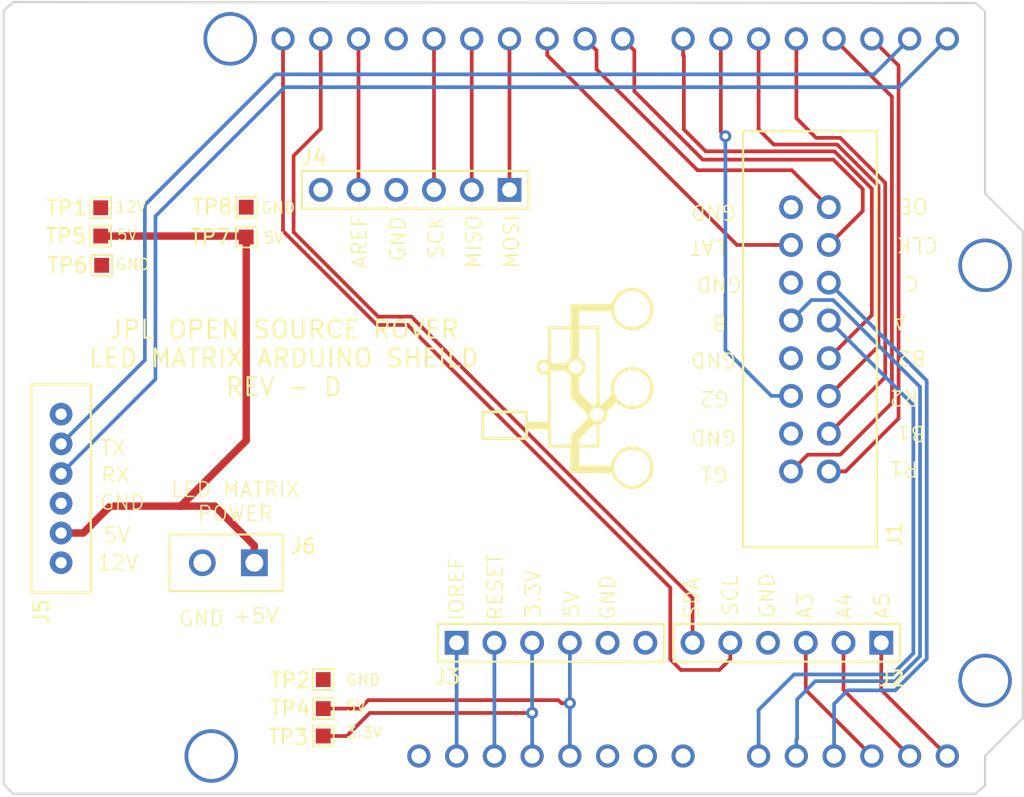
<source format=kicad_pcb>

(kicad_pcb
  (version 20171130)
  (host pcbnew "(5.0.2)-1")
  (general
    (thickness 1.6)
    (drawings 61)
    (tracks 169)
    (zones 0)
    (modules 16)
    (nets 35))
  (page A4)
  (layers
    (0 F.Cu signal)
    (31 B.Cu signal)
    (32 B.Adhes user hide)
    (33 F.Adhes user hide)
    (34 B.Paste user hide)
    (35 F.Paste user hide)
    (36 B.SilkS user)
    (37 F.SilkS user)
    (38 B.Mask user)
    (39 F.Mask user)
    (40 Dwgs.User user)
    (41 Cmts.User user)
    (42 Eco1.User user)
    (43 Eco2.User user)
    (44 Edge.Cuts user)
    (45 Margin user)
    (46 B.CrtYd user)
    (47 F.CrtYd user hide)
    (48 B.Fab user)
    (49 F.Fab user hide))
  (setup
    (last_trace_width 0.25)
    (trace_clearance 0.2)
    (zone_clearance 0.508)
    (zone_45_only no)
    (trace_min 0.2)
    (segment_width 0.2)
    (edge_width 0.15)
    (via_size 0.8)
    (via_drill 0.4)
    (via_min_size 0.4)
    (via_min_drill 0.3)
    (uvia_size 0.3)
    (uvia_drill 0.1)
    (uvias_allowed no)
    (uvia_min_size 0.2)
    (uvia_min_drill 0.1)
    (pcb_text_width 0.3)
    (pcb_text_size 1.5 1.5)
    (mod_edge_width 0.15)
    (mod_text_size 1 1)
    (mod_text_width 0.15)
    (pad_size 1.6 1.6)
    (pad_drill 1)
    (pad_to_mask_clearance 0.051)
    (solder_mask_min_width 0.25)
    (aux_axis_origin 0 0)
    (visible_elements 7FFFFFFF)
    (pcbplotparams
      (layerselection 0x010fc_ffffffff)
      (usegerberextensions false)
      (usegerberattributes false)
      (usegerberadvancedattributes false)
      (creategerberjobfile false)
      (excludeedgelayer true)
      (linewidth 0.1)
      (plotframeref false)
      (viasonmask false)
      (mode 1)
      (useauxorigin false)
      (hpglpennumber 1)
      (hpglpenspeed 20)
      (hpglpendiameter 15.0)
      (psnegative false)
      (psa4output false)
      (plotreference true)
      (plotvalue true)
      (plotinvisibletext false)
      (padsonsilk false)
      (subtractmaskfromsilk false)
      (outputformat 1)
      (mirror false)
      (drillshape 0)
      (scaleselection 1)
      (outputdirectory "GERBERS/REV-C/")))
  (net 0 "")
  (net 1 /RX)
  (net 2 /TX)
  (net 3 /R1)
  (net 4 /G1)
  (net 5 /B1)
  (net 6 /R2)
  (net 7 /G2)
  (net 8 /B2)
  (net 9 /CLK)
  (net 10 /OE)
  (net 11 /LAT)
  (net 12 /MOSI)
  (net 13 /MISO)
  (net 14 /SCK)
  (net 15 GND)
  (net 16 /AREF)
  (net 17 /SDA)
  (net 18 /SCL)
  (net 19 /A5)
  (net 20 /A4)
  (net 21 /A3)
  (net 22 /C)
  (net 23 /B)
  (net 24 /A)
  (net 25 +12V)
  (net 26 /5V)
  (net 27 /3.3V)
  (net 28 /RESET)
  (net 29 /IOREF)
  (net 30 "Net-(A1-Pad31)")
  (net 31 "Net-(J3-Pad6)")
  (net 32 "Net-(J4-Pad6)")
  (net 33 +5V)
  (net 34 "Net-(J5-Pad6)")
  (net_class Default "This is the default net class."
    (clearance 0.2)
    (trace_width 0.25)
    (via_dia 0.8)
    (via_drill 0.4)
    (uvia_dia 0.3)
    (uvia_drill 0.1)
    (add_net +12V)
    (add_net +5V)
    (add_net /3.3V)
    (add_net /5V)
    (add_net /A)
    (add_net /A3)
    (add_net /A4)
    (add_net /A5)
    (add_net /AREF)
    (add_net /B)
    (add_net /B1)
    (add_net /B2)
    (add_net /C)
    (add_net /CLK)
    (add_net /G1)
    (add_net /G2)
    (add_net /IOREF)
    (add_net /LAT)
    (add_net /MISO)
    (add_net /MOSI)
    (add_net /OE)
    (add_net /R1)
    (add_net /R2)
    (add_net /RESET)
    (add_net /RX)
    (add_net /SCK)
    (add_net /SCL)
    (add_net /SDA)
    (add_net /TX)
    (add_net GND)
    (add_net "Net-(A1-Pad31)")
    (add_net "Net-(J3-Pad6)")
    (add_net "Net-(J4-Pad6)")
    (add_net "Net-(J5-Pad6)"))
  (module "JPL Robotics:rover_image"
    (layer F.Cu)
    (tedit 0)
    (tstamp 5D5359D2)
    (at 38.4556 -27.7368 90)
    (path /5D3EF344)
    (fp_text reference y1
      (at 0 0 90)
      (layer F.SilkS) hide
      (effects
        (font
          (size 1.524 1.524)
          (thickness 0.3))))
    (fp_text value rover_silkscreen
      (at -2.032 0.1016 90)
      (layer F.SilkS) hide
      (effects
        (font
          (size 1.524 1.524)
          (thickness 0.3))))
    (fp_poly
      (pts
        (xy -1.9431 -3.1877)
        (xy -2.33045 -3.180689)
        (xy -2.7178 -3.173677)
        (xy -2.7178 -1.8288)
        (xy -1.089483 -1.8288)
        (xy -0.76161 -1.828858)
        (xy -0.480943 -1.829098)
        (xy -0.243885 -1.829619)
        (xy -0.046844 -1.830521)
        (xy 0.113776 -1.831903)
        (xy 0.24157 -1.833865)
        (xy 0.340132 -1.836505)
        (xy 0.413057 -1.839923)
        (xy 0.46394 -1.844219)
        (xy 0.496376 -1.849492)
        (xy 0.513959 -1.855841)
        (xy 0.520283 -1.863366)
        (xy 0.518944 -1.872166)
        (xy 0.518468 -1.87325)
        (xy 0.505987 -1.921701)
        (xy 0.494597 -2.001494)
        (xy 0.488303 -2.073752)
        (xy 0.488783 -2.106747)
        (xy 0.682173 -2.106747)
        (xy 0.699633 -1.995115)
        (xy 0.731557 -1.915331)
        (xy 0.768977 -1.867693)
        (xy 0.829163 -1.834928)
        (xy 0.877514 -1.817234)
        (xy 0.997652 -1.798548)
        (xy 1.10638 -1.82929)
        (xy 1.20015 -1.904923)
        (xy 1.249946 -1.97627)
        (xy 1.268801 -2.057355)
        (xy 1.27 -2.094706)
        (xy 1.25642 -2.22283)
        (xy 1.212882 -2.311366)
        (xy 1.135189 -2.364514)
        (xy 1.019143 -2.386469)
        (xy 0.977105 -2.3876)
        (xy 0.8606 -2.365307)
        (xy 0.768141 -2.304746)
        (xy 0.706431 -2.2154)
        (xy 0.682173 -2.106747)
        (xy 0.488783 -2.106747)
        (xy 0.490128 -2.199166)
        (xy 0.517832 -2.302414)
        (xy 0.578053 -2.399332)
        (xy 0.663803 -2.492537)
        (xy 0.764052 -2.5908)
        (xy 0.98062 -2.5908)
        (xy 1.090215 -2.589239)
        (xy 1.164009 -2.582342)
        (xy 1.216963 -2.566789)
        (xy 1.264035 -2.53926)
        (xy 1.286067 -2.52301)
        (xy 1.388716 -2.420119)
        (xy 1.448772 -2.297423)
        (xy 1.469041 -2.148128)
        (xy 1.467032 -2.085003)
        (xy 1.458272 -1.991559)
        (xy 1.44679 -1.914168)
        (xy 1.436383 -1.873511)
        (xy 1.434274 -1.863061)
        (xy 1.440679 -1.854348)
        (xy 1.459845 -1.847181)
        (xy 1.496019 -1.841368)
        (xy 1.553449 -1.836721)
        (xy 1.636382 -1.833049)
        (xy 1.749066 -1.83016)
        (xy 1.895746 -1.827865)
        (xy 2.080672 -1.825973)
        (xy 2.30809 -1.824293)
        (xy 2.569132 -1.822711)
        (xy 3.7211 -1.8161)
        (xy 3.727833 -1.056747)
        (xy 3.734567 -0.297394)
        (xy 4.464433 -0.307447)
        (xy 5.1943 -0.3175)
        (xy 5.200866 1.07315)
        (xy 5.202387 1.375189)
        (xy 5.203954 1.63034)
        (xy 5.205705 1.842515)
        (xy 5.207778 2.015627)
        (xy 5.21031 2.153586)
        (xy 5.213438 2.260305)
        (xy 5.217301 2.339695)
        (xy 5.222036 2.395669)
        (xy 5.227781 2.432139)
        (xy 5.234672 2.453017)
        (xy 5.242848 2.462213)
        (xy 5.249772 2.4638)
        (xy 5.309279 2.477918)
        (xy 5.397476 2.515814)
        (xy 5.502404 2.570802)
        (xy 5.6121 2.636195)
        (xy 5.714606 2.705306)
        (xy 5.794394 2.768281)
        (xy 5.930107 2.907366)
        (xy 6.056819 3.072771)
        (xy 6.162184 3.246721)
        (xy 6.226783 3.3909)
        (xy 6.272855 3.571314)
        (xy 6.294426 3.776277)
        (xy 6.290586 3.985344)
        (xy 6.261637 4.173075)
        (xy 6.176939 4.42246)
        (xy 6.051105 4.64626)
        (xy 5.888812 4.840839)
        (xy 5.694735 5.002567)
        (xy 5.473552 5.127809)
        (xy 5.229937 5.212933)
        (xy 4.968567 5.254305)
        (xy 4.865464 5.2578)
        (xy 4.594574 5.235795)
        (xy 4.347211 5.169127)
        (xy 4.120974 5.056819)
        (xy 3.91346 4.897891)
        (xy 3.862831 4.849367)
        (xy 3.691594 4.645982)
        (xy 3.567266 4.424344)
        (xy 3.488952 4.182253)
        (xy 3.455755 3.917512)
        (xy 3.4544 3.8481)
        (xy 3.655609 3.8481)
        (xy 3.67797 4.102559)
        (xy 3.745077 4.332975)
        (xy 3.856967 4.539424)
        (xy 4.013679 4.721983)
        (xy 4.134761 4.824254)
        (xy 4.325963 4.938257)
        (xy 4.541672 5.016061)
        (xy 4.770109 5.055886)
        (xy 4.999495 5.055954)
        (xy 5.21805 5.014485)
        (xy 5.272969 4.996196)
        (xy 5.442594 4.923498)
        (xy 5.583516 4.836525)
        (xy 5.717834 4.721226)
        (xy 5.7404 4.699)
        (xy 5.897652 4.508449)
        (xy 6.009892 4.300162)
        (xy 6.077162 4.079864)
        (xy 6.099509 3.853282)
        (xy 6.076975 3.626141)
        (xy 6.009605 3.404166)
        (xy 5.897443 3.193085)
        (xy 5.740534 2.998623)
        (xy 5.727147 2.985052)
        (xy 5.534142 2.824833)
        (xy 5.324094 2.709359)
        (xy 5.10273 2.638674)
        (xy 4.875775 2.612821)
        (xy 4.648955 2.631845)
        (xy 4.427996 2.69579)
        (xy 4.218624 2.804701)
        (xy 4.026565 2.958621)
        (xy 4.013199 2.971799)
        (xy 3.855961 3.15821)
        (xy 3.745582 3.358431)
        (xy 3.679656 3.578359)
        (xy 3.655778 3.82389)
        (xy 3.655609 3.8481)
        (xy 3.4544 3.8481)
        (xy 3.476345 3.577808)
        (xy 3.543095 3.330361)
        (xy 3.656016 3.10249)
        (xy 3.816476 2.890925)
        (xy 3.884854 2.8194)
        (xy 4.080951 2.653969)
        (xy 4.292249 2.533687)
        (xy 4.528204 2.453225)
        (xy 4.54025 2.450288)
        (xy 4.7244 2.406131)
        (xy 4.7244 0.254)
        (xy 3.734629 0.254)
        (xy 3.727864 0.93345)
        (xy 3.7211 1.6129)
        (xy 1.067146 1.6256)
        (xy 0.637941 1.627718)
        (xy 0.256757 1.629764)
        (xy -0.079183 1.631789)
        (xy -0.372659 1.633847)
        (xy -0.626448 1.63599)
        (xy -0.84333 1.638272)
        (xy -1.026082 1.640746)
        (xy -1.177483 1.643465)
        (xy -1.300311 1.646482)
        (xy -1.397345 1.64985)
        (xy -1.471362 1.653621)
        (xy -1.525143 1.65785)
        (xy -1.561464 1.662589)
        (xy -1.583104 1.66789)
        (xy -1.592842 1.673808)
        (xy -1.594034 1.6764)
        (xy -1.578918 1.70521)
        (xy -1.532361 1.763667)
        (xy -1.45943 1.846091)
        (xy -1.365192 1.946805)
        (xy -1.254716 2.060132)
        (xy -1.224558 2.090362)
        (xy -0.847856 2.466225)
        (xy -0.735078 2.440233)
        (xy -0.59916 2.420696)
        (xy -0.437675 2.41504)
        (xy -0.273713 2.422883)
        (xy -0.130362 2.443841)
        (xy -0.101793 2.450726)
        (xy 0.141162 2.540934)
        (xy 0.364034 2.674022)
        (xy 0.560931 2.844094)
        (xy 0.725959 3.045253)
        (xy 0.853226 3.271601)
        (xy 0.927726 3.480951)
        (xy 0.952273 3.620252)
        (xy 0.962949 3.787532)
        (xy 0.959792 3.96191)
        (xy 0.942841 4.122506)
        (xy 0.926378 4.202371)
        (xy 0.837999 4.447786)
        (xy 0.711152 4.665213)
        (xy 0.551147 4.852433)
        (xy 0.363296 5.007229)
        (xy 0.152908 5.127382)
        (xy -0.074705 5.210673)
        (xy -0.314233 5.254884)
        (xy -0.560366 5.257796)
        (xy -0.807792 5.21719)
        (xy -1.051201 5.130849)
        (xy -1.161446 5.074549)
        (xy -1.292023 4.984847)
        (xy -1.42786 4.864752)
        (xy -1.553132 4.730092)
        (xy -1.652013 4.59669)
        (xy -1.67095 4.565045)
        (xy -1.779318 4.323214)
        (xy -1.840977 4.069767)
        (xy -1.854401 3.8481)
        (xy -1.652991 3.8481)
        (xy -1.63063 4.102559)
        (xy -1.563523 4.332975)
        (xy -1.451633 4.539424)
        (xy -1.294921 4.721983)
        (xy -1.173839 4.824254)
        (xy -0.981005 4.939155)
        (xy -0.763755 5.017079)
        (xy -0.533704 5.056289)
        (xy -0.302467 5.05505)
        (xy -0.081658 5.011626)
        (xy -0.031991 4.994912)
        (xy 0.188279 4.887594)
        (xy 0.381696 4.738294)
        (xy 0.544105 4.550477)
        (xy 0.595824 4.471389)
        (xy 0.689609 4.281474)
        (xy 0.743663 4.082423)
        (xy 0.761952 3.859318)
        (xy 0.762 3.846165)
        (xy 0.739701 3.602394)
        (xy 0.676154 3.380371)
        (xy 0.576386 3.182233)
        (xy 0.445423 3.010115)
        (xy 0.288289 2.866154)
        (xy 0.11001 2.752485)
        (xy -0.084388 2.671244)
        (xy -0.289879 2.624567)
        (xy -0.501437 2.614589)
        (xy -0.714037 2.643447)
        (xy -0.922653 2.713276)
        (xy -1.12226 2.826213)
        (xy -1.295401 2.971799)
        (xy -1.452639 3.15821)
        (xy -1.563018 3.358431)
        (xy -1.628944 3.578359)
        (xy -1.652822 3.82389)
        (xy -1.652991 3.8481)
        (xy -1.854401 3.8481)
        (xy -1.856628 3.811337)
        (xy -1.826972 3.554561)
        (xy -1.752707 3.306073)
        (xy -1.634534 3.072508)
        (xy -1.493523 2.88316)
        (xy -1.389111 2.764541)
        (xy -1.703825 2.44907)
        (xy -2.018538 2.1336)
        (xy -2.209419 2.133042)
        (xy -2.368152 2.122831)
        (xy -2.486965 2.092486)
        (xy -2.5019 2.086076)
        (xy -2.598683 2.024991)
        (xy -2.69663 1.935683)
        (xy -2.781028 1.83397)
        (xy -2.837163 1.735671)
        (xy -2.84329 1.719077)
        (xy -2.8739 1.626328)
        (xy -4.4323 1.6129)
        (xy -4.433597 1.48263)
        (xy -2.670629 1.48263)
        (xy -2.648826 1.637099)
        (xy -2.587284 1.764394)
        (xy -2.491803 1.859852)
        (xy -2.368182 1.918812)
        (xy -2.222221 1.936612)
        (xy -2.1209 1.924489)
        (xy -2.037939 1.89905)
        (xy -1.96604 1.864038)
        (xy -1.95737 1.85814)
        (xy -1.866987 1.775022)
        (xy -1.81225 1.677438)
        (xy -1.785771 1.550838)
        (xy -1.782787 1.51431)
        (xy -1.787237 1.362505)
        (xy -1.82516 1.243087)
        (xy -1.873883 1.1811)
        (xy -1.624869 1.1811)
        (xy -1.596793 1.2827)
        (xy -1.576897 1.354614)
        (xy -1.562147 1.407785)
        (xy -1.559809 1.416172)
        (xy -1.549069 1.421544)
        (xy -1.518372 1.426259)
        (xy -1.465213 1.430343)
        (xy -1.387091 1.433821)
        (xy -1.281502 1.436717)
        (xy -1.145942 1.439055)
        (xy -0.977909 1.440862)
        (xy -0.774899 1.442162)
        (xy -0.53441 1.44298)
        (xy -0.253938 1.44334)
        (xy 0.069021 1.443268)
        (xy 0.436968 1.442788)
        (xy 0.852408 1.441926)
        (xy 0.996199 1.441572)
        (xy 3.5433 1.4351)
        (xy 3.556936 0.254)
        (xy 1.630427 0.254)
        (xy 1.565772 0.364325)
        (xy 1.461295 0.496464)
        (xy 1.322243 0.603675)
        (xy 1.232705 0.649)
        (xy 1.128549 0.675412)
        (xy 0.99799 0.68487)
        (xy 0.862358 0.6778)
        (xy 0.742985 0.654633)
        (xy 0.6985 0.638276)
        (xy 0.621017 0.590405)
        (xy 0.535652 0.518863)
        (xy 0.455844 0.43712)
        (xy 0.395033 0.358649)
        (xy 0.369473 0.308497)
        (xy 0.362085 0.290259)
        (xy 0.348658 0.276624)
        (xy 0.32253 0.266921)
        (xy 0.277038 0.260483)
        (xy 0.205521 0.256641)
        (xy 0.101315 0.254726)
        (xy -0.04224 0.254069)
        (xy -0.17342 0.254)
        (xy -0.699015 0.254)
        (xy -1.624869 1.1811)
        (xy -1.873883 1.1811)
        (xy -1.900739 1.146934)
        (xy -1.977993 1.088774)
        (xy -2.113582 1.028953)
        (xy -2.249853 1.014829)
        (xy -2.379067 1.042002)
        (xy -2.493486 1.10607)
        (xy -2.585371 1.202633)
        (xy -2.646984 1.327291)
        (xy -2.670585 1.475644)
        (xy -2.670629 1.48263)
        (xy -4.433597 1.48263)
        (xy -4.44583 0.254)
        (xy -4.2672 0.254)
        (xy -4.2672 0.833966)
        (xy -4.266472 1.000748)
        (xy -4.264429 1.150292)
        (xy -4.261287 1.275195)
        (xy -4.257261 1.368055)
        (xy -4.252566 1.421468)
        (xy -4.249861 1.431272)
        (xy -4.220811 1.435644)
        (xy -4.147791 1.439108)
        (xy -4.037626 1.44156)
        (xy -3.89714 1.442897)
        (xy -3.733156 1.443012)
        (xy -3.557711 1.441856)
        (xy -2.8829 1.4351)
        (xy -2.874473 1.361206)
        (xy -2.875028 1.336548)
        (xy -2.884704 1.307928)
        (xy -2.907258 1.270973)
        (xy -2.946449 1.221314)
        (xy -3.006034 1.154579)
        (xy -3.089771 1.066398)
        (xy -3.201419 0.952401)
        (xy -3.344735 0.808215)
        (xy -3.382241 0.770656)
        (xy -3.898436 0.254)
        (xy -4.2672 0.254)
        (xy -4.44583 0.254)
        (xy -5.6642 0.254)
        (xy -5.6642 2.402836)
        (xy -5.50545 2.435)
        (xy -5.26441 2.508992)
        (xy -5.039505 2.626981)
        (xy -4.83683 2.783166)
        (xy -4.662482 2.971746)
        (xy -4.522558 3.186921)
        (xy -4.423154 3.422888)
        (xy -4.406274 3.480951)
        (xy -4.381727 3.620252)
        (xy -4.371051 3.787532)
        (xy -4.374208 3.96191)
        (xy -4.391159 4.122506)
        (xy -4.407622 4.202371)
        (xy -4.497361 4.448972)
        (xy -4.629777 4.672507)
        (xy -4.800076 4.867998)
        (xy -5.003463 5.030468)
        (xy -5.235146 5.154939)
        (xy -5.373972 5.20573)
        (xy -5.541781 5.241243)
        (xy -5.735613 5.256351)
        (xy -5.934948 5.251011)
        (xy -6.119269 5.225177)
        (xy -6.189681 5.207498)
        (xy -6.433358 5.109732)
        (xy -6.65423 4.969601)
        (xy -6.847012 4.792425)
        (xy -7.006421 4.583521)
        (xy -7.127172 4.348208)
        (xy -7.172645 4.218139)
        (xy -7.198738 4.086683)
        (xy -7.211547 3.926095)
        (xy -7.21121 3.808058)
        (xy -7.010262 3.808058)
        (xy -7.00647 3.975883)
        (xy -6.986867 4.126215)
        (xy -6.973137 4.18158)
        (xy -6.879821 4.406449)
        (xy -6.744107 4.607066)
        (xy -6.57045 4.778811)
        (xy -6.363307 4.917062)
        (xy -6.18737 4.996466)
        (xy -6.022546 5.038379)
        (xy -5.832332 5.05645)
        (xy -5.636175 5.050715)
        (xy -5.453523 5.021211)
        (xy -5.365991 4.994912)
        (xy -5.145721 4.887594)
        (xy -4.952304 4.738294)
        (xy -4.789895 4.550477)
        (xy -4.738176 4.471389)
        (xy -4.644391 4.281474)
        (xy -4.590337 4.082423)
        (xy -4.572048 3.859318)
        (xy -4.572001 3.846165)
        (xy -4.594952 3.599518)
        (xy -4.660559 3.373731)
        (xy -4.763948 3.171724)
        (xy -4.900246 2.996419)
        (xy -5.064582 2.850738)
        (xy -5.252081 2.737602)
        (xy -5.457871 2.659933)
        (xy -5.67708 2.620652)
        (xy -5.904835 2.62268)
        (xy -6.136263 2.668941)
        (xy -6.366491 2.762354)
        (xy -6.373537 2.766025)
        (xy -6.535111 2.874701)
        (xy -6.687384 3.021435)
        (xy -6.82007 3.193493)
        (xy -6.922881 3.378142)
        (xy -6.970717 3.5052)
        (xy -6.998319 3.644057)
        (xy -7.010262 3.808058)
        (xy -7.21121 3.808058)
        (xy -7.211062 3.75628)
        (xy -7.197271 3.597142)
        (xy -7.173053 3.47806)
        (xy -7.075264 3.230626)
        (xy -6.936063 3.004488)
        (xy -6.76119 2.806602)
        (xy -6.556386 2.643923)
        (xy -6.419824 2.565257)
        (xy -6.32518 2.519766)
        (xy -6.245338 2.484827)
        (xy -6.192816 2.465777)
        (xy -6.181959 2.4638)
        (xy -6.174213 2.457188)
        (xy -6.167655 2.43491)
        (xy -6.162192 2.393297)
        (xy -6.157732 2.328682)
        (xy -6.154182 2.237397)
        (xy -6.15145 2.115776)
        (xy -6.149444 1.960149)
        (xy -6.148071 1.766851)
        (xy -6.147238 1.532213)
        (xy -6.146854 1.252569)
        (xy -6.1468 1.068528)
        (xy -6.1468 -0.300639)
        (xy -4.268052 -0.300639)
        (xy -3.949853 -0.30907)
        (xy -3.631654 -0.3175)
        (xy -3.054732 0.259902)
        (xy -2.477809 0.837304)
        (xy -2.337455 0.822333)
        (xy -2.1971 0.807361)
        (xy -1.637675 0.249795)
        (xy -1.453352 0.066084)
        (xy 0.53004 0.066084)
        (xy 0.556433 0.202008)
        (xy 0.618939 0.317359)
        (xy 0.71082 0.407366)
        (xy 0.82534 0.467258)
        (xy 0.955761 0.492266)
        (xy 1.095347 0.47762)
        (xy 1.23736 0.418549)
        (xy 1.24884 0.411628)
        (xy 1.351972 0.320137)
        (xy 1.418568 0.202046)
        (xy 1.44641 0.068206)
        (xy 1.433284 -0.070529)
        (xy 1.376975 -0.203307)
        (xy 1.375025 -0.206408)
        (xy 1.282393 -0.31471)
        (xy 1.166529 -0.380206)
        (xy 1.021866 -0.405805)
        (xy 0.992295 -0.4064)
        (xy 0.83221 -0.386867)
        (xy 0.704516 -0.32873)
        (xy 0.610184 -0.23269)
        (xy 0.550182 -0.099442)
        (xy 0.546498 -0.085645)
        (xy 0.53004 0.066084)
        (xy -1.453352 0.066084)
        (xy -1.078249 -0.307771)
        (xy -0.341752 -0.305597)
        (xy 0.394745 -0.303424)
        (xy 0.493076 -0.404123)
        (xy 0.562874 -0.467504)
        (xy 0.632323 -0.517955)
        (xy 0.664003 -0.534893)
        (xy 0.7366 -0.564964)
        (xy 0.7366 -0.585756)
        (xy 1.218174 -0.585756)
        (xy 1.319155 -0.534239)
        (xy 1.402511 -0.47876)
        (xy 1.479178 -0.407681)
        (xy 1.491118 -0.393554)
        (xy 1.5621 -0.304386)
        (xy 3.5433 -0.3175)
        (xy 3.5433 -1.6383)
        (xy 1.2319 -1.6383)
        (xy 1.218174 -0.585756)
        (xy 0.7366 -0.585756)
        (xy 0.7366 -1.651249)
        (xy -1.75895 -1.644775)
        (xy -4.2545 -1.6383)
        (xy -4.261276 -0.96947)
        (xy -4.268052 -0.300639)
        (xy -6.1468 -0.300639)
        (xy -6.1468 -0.326744)
        (xy -4.4577 -0.3175)
        (xy -4.4323 -1.8161)
        (xy -3.2131 -1.8415)
        (xy -3.2131 -3.1623)
        (xy -3.9243 -3.1877)
        (xy -3.9243 -4.048849)
        (xy -3.754719 -4.048849)
        (xy -3.754315 -3.849399)
        (xy -3.753473 -3.679278)
        (xy -3.752212 -3.54328)
        (xy -3.750551 -3.446204)
        (xy -3.748511 -3.392845)
        (xy -3.747412 -3.384193)
        (xy -3.733344 -3.374972)
        (xy -3.696112 -3.36781)
        (xy -3.631351 -3.362572)
        (xy -3.534692 -3.359124)
        (xy -3.401771 -3.357328)
        (xy -3.228219 -3.357051)
        (xy -3.009671 -3.358157)
        (xy -2.92801 -3.358793)
        (xy -2.1209 -3.3655)
        (xy -2.1209 -6.1341)
        (xy -3.7465 -6.1341)
        (xy -3.753102 -4.7752)
        (xy -3.754132 -4.516546)
        (xy -3.754664 -4.27283)
        (xy -3.754719 -4.048849)
        (xy -3.9243 -4.048849)
        (xy -3.9243 -6.3119)
        (xy -1.9431 -6.3119)
        (xy -1.9431 -3.1877))
      (layer F.SilkS)
      (width 0.01)))
  (module "JPL Robotics:455-1708-ND"
    (layer F.Cu)
    (tedit 5CA2B207)
    (tstamp 5CAF480A)
    (at 3.8608 -15.5448 90)
    (path /5CFE8BE4)
    (fp_text reference J5
      (at -3.302 -1.3208 90)
      (layer F.SilkS)
      (effects
        (font
          (size 1 1)
          (thickness 0.15))))
    (fp_text value 6posheader
      (at -4 -4 90)
      (layer F.Fab)
      (effects
        (font
          (size 1 1)
          (thickness 0.15))))
    (fp_line
      (start -2 2)
      (end -2 -2)
      (layer F.SilkS)
      (width 0.15))
    (fp_line
      (start -2 -2)
      (end 12 -2)
      (layer F.SilkS)
      (width 0.15))
    (fp_line
      (start 12 -2)
      (end 12 2)
      (layer F.SilkS)
      (width 0.15))
    (fp_line
      (start 12 2)
      (end -2 2)
      (layer F.SilkS)
      (width 0.15))
    (pad 1 thru_hole circle
      (at 0 0 90)
      (size 1.524 1.524)
      (drill 0.762)
      (layers *.Cu *.Mask))
    (pad 2 thru_hole circle
      (at 2 0 90)
      (size 1.524 1.524)
      (drill 0.762)
      (layers *.Cu *.Mask)
      (net 33 +5V))
    (pad 3 thru_hole circle
      (at 4 0 90)
      (size 1.524 1.524)
      (drill 0.762)
      (layers *.Cu *.Mask))
    (pad 4 thru_hole circle
      (at 6 0 90)
      (size 1.524 1.524)
      (drill 0.762)
      (layers *.Cu *.Mask)
      (net 1 /RX))
    (pad 5 thru_hole circle
      (at 8 0 90)
      (size 1.524 1.524)
      (drill 0.762)
      (layers *.Cu *.Mask)
      (net 2 /TX))
    (pad 6 thru_hole circle
      (at 10 0 90)
      (size 1.524 1.524)
      (drill 0.762)
      (layers *.Cu *.Mask)))
  (module TestPoint:TestPoint_Pad_1.0x1.0mm
    (layer F.Cu)
    (tedit 5A0F774F)
    (tstamp 5C8E1B1F)
    (at 16.319001 -39.469999)
    (descr "SMD rectangular pad as test Point, square 1.0mm side length")
    (tags "test point SMD pad rectangle square")
    (path /5D0C3643)
    (attr virtual)
    (fp_text reference TP8
      (at -2.285501 -0.027001)
      (layer F.SilkS)
      (effects
        (font
          (size 1 1)
          (thickness 0.15))))
    (fp_text value TestPoint
      (at 0 1.55)
      (layer F.Fab)
      (effects
        (font
          (size 1 1)
          (thickness 0.15))))
    (fp_text user %R
      (at 0 -1.45)
      (layer F.Fab)
      (effects
        (font
          (size 1 1)
          (thickness 0.15))))
    (fp_line
      (start 1 1)
      (end -1 1)
      (layer F.CrtYd)
      (width 0.05))
    (fp_line
      (start 1 1)
      (end 1 -1)
      (layer F.CrtYd)
      (width 0.05))
    (fp_line
      (start -1 -1)
      (end -1 1)
      (layer F.CrtYd)
      (width 0.05))
    (fp_line
      (start -1 -1)
      (end 1 -1)
      (layer F.CrtYd)
      (width 0.05))
    (fp_line
      (start -0.7 0.7)
      (end -0.7 -0.7)
      (layer F.SilkS)
      (width 0.12))
    (fp_line
      (start 0.7 0.7)
      (end -0.7 0.7)
      (layer F.SilkS)
      (width 0.12))
    (fp_line
      (start 0.7 -0.7)
      (end 0.7 0.7)
      (layer F.SilkS)
      (width 0.12))
    (fp_line
      (start -0.7 -0.7)
      (end 0.7 -0.7)
      (layer F.SilkS)
      (width 0.12))
    (pad 1 smd rect
      (at 0 0)
      (size 1 1)
      (layers F.Cu F.Mask)))
  (module TestPoint:TestPoint_Pad_1.0x1.0mm
    (layer F.Cu)
    (tedit 5A0F774F)
    (tstamp 5C8E2854)
    (at 16.3195 -37.465)
    (descr "SMD rectangular pad as test Point, square 1.0mm side length")
    (tags "test point SMD pad rectangle square")
    (path /5D0C06D0)
    (attr virtual)
    (fp_text reference TP7
      (at -2.413 0)
      (layer F.SilkS)
      (effects
        (font
          (size 1 1)
          (thickness 0.15))))
    (fp_text value TestPoint
      (at 0 1.55)
      (layer F.Fab)
      (effects
        (font
          (size 1 1)
          (thickness 0.15))))
    (fp_text user %R
      (at 0 -1.45)
      (layer F.Fab)
      (effects
        (font
          (size 1 1)
          (thickness 0.15))))
    (fp_line
      (start 1 1)
      (end -1 1)
      (layer F.CrtYd)
      (width 0.05))
    (fp_line
      (start 1 1)
      (end 1 -1)
      (layer F.CrtYd)
      (width 0.05))
    (fp_line
      (start -1 -1)
      (end -1 1)
      (layer F.CrtYd)
      (width 0.05))
    (fp_line
      (start -1 -1)
      (end 1 -1)
      (layer F.CrtYd)
      (width 0.05))
    (fp_line
      (start -0.7 0.7)
      (end -0.7 -0.7)
      (layer F.SilkS)
      (width 0.12))
    (fp_line
      (start 0.7 0.7)
      (end -0.7 0.7)
      (layer F.SilkS)
      (width 0.12))
    (fp_line
      (start 0.7 -0.7)
      (end 0.7 0.7)
      (layer F.SilkS)
      (width 0.12))
    (fp_line
      (start -0.7 -0.7)
      (end 0.7 -0.7)
      (layer F.SilkS)
      (width 0.12))
    (pad 1 smd rect
      (at 0 0)
      (size 1 1)
      (layers F.Cu F.Mask)
      (net 33 +5V)))
  (module TestPoint:TestPoint_Pad_1.0x1.0mm
    (layer F.Cu)
    (tedit 5A0F774F)
    (tstamp 5C8E1B03)
    (at 6.5913 -35.56)
    (descr "SMD rectangular pad as test Point, square 1.0mm side length")
    (tags "test point SMD pad rectangle square")
    (path /5D0CF60F)
    (attr virtual)
    (fp_text reference TP6
      (at -2.286 0)
      (layer F.SilkS)
      (effects
        (font
          (size 1 1)
          (thickness 0.15))))
    (fp_text value TestPoint
      (at 0 1.55)
      (layer F.Fab)
      (effects
        (font
          (size 1 1)
          (thickness 0.15))))
    (fp_text user %R
      (at 0 -1.45)
      (layer F.Fab)
      (effects
        (font
          (size 1 1)
          (thickness 0.15))))
    (fp_line
      (start 1 1)
      (end -1 1)
      (layer F.CrtYd)
      (width 0.05))
    (fp_line
      (start 1 1)
      (end 1 -1)
      (layer F.CrtYd)
      (width 0.05))
    (fp_line
      (start -1 -1)
      (end -1 1)
      (layer F.CrtYd)
      (width 0.05))
    (fp_line
      (start -1 -1)
      (end 1 -1)
      (layer F.CrtYd)
      (width 0.05))
    (fp_line
      (start -0.7 0.7)
      (end -0.7 -0.7)
      (layer F.SilkS)
      (width 0.12))
    (fp_line
      (start 0.7 0.7)
      (end -0.7 0.7)
      (layer F.SilkS)
      (width 0.12))
    (fp_line
      (start 0.7 -0.7)
      (end 0.7 0.7)
      (layer F.SilkS)
      (width 0.12))
    (fp_line
      (start -0.7 -0.7)
      (end 0.7 -0.7)
      (layer F.SilkS)
      (width 0.12))
    (pad 1 smd rect
      (at 0 0)
      (size 1 1)
      (layers F.Cu F.Mask)))
  (module TestPoint:TestPoint_Pad_1.0x1.0mm
    (layer F.Cu)
    (tedit 5A0F774F)
    (tstamp 5C8E1AF5)
    (at 6.5278 -37.5285)
    (descr "SMD rectangular pad as test Point, square 1.0mm side length")
    (tags "test point SMD pad rectangle square")
    (path /5D0CC5AB)
    (attr virtual)
    (fp_text reference TP5
      (at -2.3495 0)
      (layer F.SilkS)
      (effects
        (font
          (size 1 1)
          (thickness 0.15))))
    (fp_text value TestPoint
      (at 0 1.55)
      (layer F.Fab)
      (effects
        (font
          (size 1 1)
          (thickness 0.15))))
    (fp_text user %R
      (at 0 -1.45)
      (layer F.Fab)
      (effects
        (font
          (size 1 1)
          (thickness 0.15))))
    (fp_line
      (start 1 1)
      (end -1 1)
      (layer F.CrtYd)
      (width 0.05))
    (fp_line
      (start 1 1)
      (end 1 -1)
      (layer F.CrtYd)
      (width 0.05))
    (fp_line
      (start -1 -1)
      (end -1 1)
      (layer F.CrtYd)
      (width 0.05))
    (fp_line
      (start -1 -1)
      (end 1 -1)
      (layer F.CrtYd)
      (width 0.05))
    (fp_line
      (start -0.7 0.7)
      (end -0.7 -0.7)
      (layer F.SilkS)
      (width 0.12))
    (fp_line
      (start 0.7 0.7)
      (end -0.7 0.7)
      (layer F.SilkS)
      (width 0.12))
    (fp_line
      (start 0.7 -0.7)
      (end 0.7 0.7)
      (layer F.SilkS)
      (width 0.12))
    (fp_line
      (start -0.7 -0.7)
      (end 0.7 -0.7)
      (layer F.SilkS)
      (width 0.12))
    (pad 1 smd rect
      (at 0 0)
      (size 1 1)
      (layers F.Cu F.Mask)
      (net 33 +5V)))
  (module TestPoint:TestPoint_Pad_1.0x1.0mm
    (layer F.Cu)
    (tedit 5A0F774F)
    (tstamp 5C8E1AE7)
    (at 21.5011 -5.7277 90)
    (descr "SMD rectangular pad as test Point, square 1.0mm side length")
    (tags "test point SMD pad rectangle square")
    (path /5D0B4587)
    (attr virtual)
    (fp_text reference TP4
      (at 0 -2.2225 180)
      (layer F.SilkS)
      (effects
        (font
          (size 1 1)
          (thickness 0.15))))
    (fp_text value TestPoint
      (at 0 1.55 90)
      (layer F.Fab)
      (effects
        (font
          (size 1 1)
          (thickness 0.15))))
    (fp_text user %R
      (at 0 -1.45 90)
      (layer F.Fab)
      (effects
        (font
          (size 1 1)
          (thickness 0.15))))
    (fp_line
      (start 1 1)
      (end -1 1)
      (layer F.CrtYd)
      (width 0.05))
    (fp_line
      (start 1 1)
      (end 1 -1)
      (layer F.CrtYd)
      (width 0.05))
    (fp_line
      (start -1 -1)
      (end -1 1)
      (layer F.CrtYd)
      (width 0.05))
    (fp_line
      (start -1 -1)
      (end 1 -1)
      (layer F.CrtYd)
      (width 0.05))
    (fp_line
      (start -0.7 0.7)
      (end -0.7 -0.7)
      (layer F.SilkS)
      (width 0.12))
    (fp_line
      (start 0.7 0.7)
      (end -0.7 0.7)
      (layer F.SilkS)
      (width 0.12))
    (fp_line
      (start 0.7 -0.7)
      (end 0.7 0.7)
      (layer F.SilkS)
      (width 0.12))
    (fp_line
      (start -0.7 -0.7)
      (end 0.7 -0.7)
      (layer F.SilkS)
      (width 0.12))
    (pad 1 smd rect
      (at 0 0 90)
      (size 1 1)
      (layers F.Cu F.Mask)
      (net 26 /5V)))
  (module TestPoint:TestPoint_Pad_1.0x1.0mm
    (layer F.Cu)
    (tedit 5A0F774F)
    (tstamp 5C8E1AD9)
    (at 21.5011 -3.8862 90)
    (descr "SMD rectangular pad as test Point, square 1.0mm side length")
    (tags "test point SMD pad rectangle square")
    (path /5D0A28C7)
    (attr virtual)
    (fp_text reference TP3
      (at -0.0635 -2.3495 180)
      (layer F.SilkS)
      (effects
        (font
          (size 1 1)
          (thickness 0.15))))
    (fp_text value TestPoint
      (at 0 1.55 90)
      (layer F.Fab)
      (effects
        (font
          (size 1 1)
          (thickness 0.15))))
    (fp_text user %R
      (at 0 -1.45 90)
      (layer F.Fab)
      (effects
        (font
          (size 1 1)
          (thickness 0.15))))
    (fp_line
      (start 1 1)
      (end -1 1)
      (layer F.CrtYd)
      (width 0.05))
    (fp_line
      (start 1 1)
      (end 1 -1)
      (layer F.CrtYd)
      (width 0.05))
    (fp_line
      (start -1 -1)
      (end -1 1)
      (layer F.CrtYd)
      (width 0.05))
    (fp_line
      (start -1 -1)
      (end 1 -1)
      (layer F.CrtYd)
      (width 0.05))
    (fp_line
      (start -0.7 0.7)
      (end -0.7 -0.7)
      (layer F.SilkS)
      (width 0.12))
    (fp_line
      (start 0.7 0.7)
      (end -0.7 0.7)
      (layer F.SilkS)
      (width 0.12))
    (fp_line
      (start 0.7 -0.7)
      (end 0.7 0.7)
      (layer F.SilkS)
      (width 0.12))
    (fp_line
      (start -0.7 -0.7)
      (end 0.7 -0.7)
      (layer F.SilkS)
      (width 0.12))
    (pad 1 smd rect
      (at 0 0 90)
      (size 1 1)
      (layers F.Cu F.Mask)
      (net 27 /3.3V)))
  (module TestPoint:TestPoint_Pad_1.0x1.0mm
    (layer F.Cu)
    (tedit 5A0F774F)
    (tstamp 5C8E1ACB)
    (at 21.5011 -7.6835 90)
    (descr "SMD rectangular pad as test Point, square 1.0mm side length")
    (tags "test point SMD pad rectangle square")
    (path /5D087228)
    (attr virtual)
    (fp_text reference TP2
      (at -0.0635 -2.2225 180)
      (layer F.SilkS)
      (effects
        (font
          (size 1 1)
          (thickness 0.15))))
    (fp_text value TestPoint
      (at 0 1.55 90)
      (layer F.Fab)
      (effects
        (font
          (size 1 1)
          (thickness 0.15))))
    (fp_text user %R
      (at 0 -1.45 90)
      (layer F.Fab)
      (effects
        (font
          (size 1 1)
          (thickness 0.15))))
    (fp_line
      (start 1 1)
      (end -1 1)
      (layer F.CrtYd)
      (width 0.05))
    (fp_line
      (start 1 1)
      (end 1 -1)
      (layer F.CrtYd)
      (width 0.05))
    (fp_line
      (start -1 -1)
      (end -1 1)
      (layer F.CrtYd)
      (width 0.05))
    (fp_line
      (start -1 -1)
      (end 1 -1)
      (layer F.CrtYd)
      (width 0.05))
    (fp_line
      (start -0.7 0.7)
      (end -0.7 -0.7)
      (layer F.SilkS)
      (width 0.12))
    (fp_line
      (start 0.7 0.7)
      (end -0.7 0.7)
      (layer F.SilkS)
      (width 0.12))
    (fp_line
      (start 0.7 -0.7)
      (end 0.7 0.7)
      (layer F.SilkS)
      (width 0.12))
    (fp_line
      (start -0.7 -0.7)
      (end 0.7 -0.7)
      (layer F.SilkS)
      (width 0.12))
    (pad 1 smd rect
      (at 0 0 90)
      (size 1 1)
      (layers F.Cu F.Mask)))
  (module TestPoint:TestPoint_Pad_1.0x1.0mm
    (layer F.Cu)
    (tedit 5A0F774F)
    (tstamp 5C8E1ABD)
    (at 6.5278 -39.4335)
    (descr "SMD rectangular pad as test Point, square 1.0mm side length")
    (tags "test point SMD pad rectangle square")
    (path /5D084071)
    (attr virtual)
    (fp_text reference TP1
      (at -2.286 0)
      (layer F.SilkS)
      (effects
        (font
          (size 1 1)
          (thickness 0.15))))
    (fp_text value TestPoint
      (at 0 1.55)
      (layer F.Fab)
      (effects
        (font
          (size 1 1)
          (thickness 0.15))))
    (fp_text user %R
      (at 0 -1.45)
      (layer F.Fab)
      (effects
        (font
          (size 1 1)
          (thickness 0.15))))
    (fp_line
      (start 1 1)
      (end -1 1)
      (layer F.CrtYd)
      (width 0.05))
    (fp_line
      (start 1 1)
      (end 1 -1)
      (layer F.CrtYd)
      (width 0.05))
    (fp_line
      (start -1 -1)
      (end -1 1)
      (layer F.CrtYd)
      (width 0.05))
    (fp_line
      (start -1 -1)
      (end 1 -1)
      (layer F.CrtYd)
      (width 0.05))
    (fp_line
      (start -0.7 0.7)
      (end -0.7 -0.7)
      (layer F.SilkS)
      (width 0.12))
    (fp_line
      (start 0.7 0.7)
      (end -0.7 0.7)
      (layer F.SilkS)
      (width 0.12))
    (fp_line
      (start 0.7 -0.7)
      (end 0.7 0.7)
      (layer F.SilkS)
      (width 0.12))
    (fp_line
      (start -0.7 -0.7)
      (end 0.7 -0.7)
      (layer F.SilkS)
      (width 0.12))
    (pad 1 smd rect
      (at 0 0)
      (size 1 1)
      (layers F.Cu F.Mask)))
  (module "JPL Robotics:Arduino Uno Sheild"
    (layer F.Cu)
    (tedit 5C5B8985)
    (tstamp 5C8DEF3B)
    (at 0 0)
    (path /5D0266BD)
    (fp_text reference A1
      (at 2.54 -1.524)
      (layer F.SilkS) hide
      (effects
        (font
          (size 1 1)
          (thickness 0.15))))
    (fp_text value Arduino_UNO_R3
      (at 5.9055 1.905)
      (layer F.Fab)
      (effects
        (font
          (size 1 1)
          (thickness 0.15))))
    (fp_line
      (start 66.04 -40.386)
      (end 68.58 -37.846)
      (layer F.CrtYd)
      (width 0.15))
    (fp_line
      (start 66.04 -53.34)
      (end 66.04 -40.386)
      (layer F.CrtYd)
      (width 0.15))
    (fp_line
      (start 66.04 -2.54)
      (end 68.58 -5.08)
      (layer F.CrtYd)
      (width 0.15))
    (fp_line
      (start 66.04 0)
      (end 66.04 -2.54)
      (layer F.CrtYd)
      (width 0.15))
    (fp_line
      (start 68.6 -5.08)
      (end 68.6 -37.846)
      (layer F.CrtYd)
      (width 0.15))
    (fp_line
      (start 0 -53.3)
      (end 66.04 -53.3)
      (layer F.CrtYd)
      (width 0.15))
    (fp_line
      (start 0 0)
      (end 0 -53.3)
      (layer F.CrtYd)
      (width 0.15))
    (fp_line
      (start 0 0)
      (end 66.04 0)
      (layer F.CrtYd)
      (width 0.15))
    (pad 31 thru_hole circle
      (at 27.94 -2.54)
      (size 1.56 1.56)
      (drill 1.02)
      (layers *.Cu *.Mask))
    (pad 20 thru_hole circle
      (at 30.48 -2.54)
      (size 1.56 1.56)
      (drill 1.02)
      (layers *.Cu *.Mask)
      (net 29 /IOREF))
    (pad 21 thru_hole circle
      (at 33.02 -2.54)
      (size 1.56 1.56)
      (drill 1.02)
      (layers *.Cu *.Mask)
      (net 28 /RESET))
    (pad 22 thru_hole circle
      (at 35.56 -2.54)
      (size 1.56 1.56)
      (drill 1.02)
      (layers *.Cu *.Mask)
      (net 27 /3.3V))
    (pad 23 thru_hole circle
      (at 38.1 -2.54)
      (size 1.56 1.56)
      (drill 1.02)
      (layers *.Cu *.Mask)
      (net 26 /5V))
    (pad 24 thru_hole circle
      (at 40.64 -2.54)
      (size 1.56 1.56)
      (drill 1.02)
      (layers *.Cu *.Mask))
    (pad 25 thru_hole circle
      (at 43.18 -2.54)
      (size 1.56 1.56)
      (drill 1.02)
      (layers *.Cu *.Mask))
    (pad 26 thru_hole circle
      (at 45.72 -2.54)
      (size 1.56 1.56)
      (drill 1.02)
      (layers *.Cu *.Mask))
    (pad 14 thru_hole circle
      (at 50.8 -2.54)
      (size 1.56 1.56)
      (drill 1.02)
      (layers *.Cu *.Mask)
      (net 24 /A))
    (pad 15 thru_hole circle
      (at 53.34 -2.54)
      (size 1.56 1.56)
      (drill 1.02)
      (layers *.Cu *.Mask)
      (net 23 /B))
    (pad 16 thru_hole circle
      (at 55.88 -2.54)
      (size 1.56 1.56)
      (drill 1.02)
      (layers *.Cu *.Mask)
      (net 22 /C))
    (pad 17 thru_hole circle
      (at 58.42 -2.54)
      (size 1.56 1.56)
      (drill 1.02)
      (layers *.Cu *.Mask)
      (net 21 /A3))
    (pad 18 thru_hole circle
      (at 60.96 -2.54)
      (size 1.56 1.56)
      (drill 1.02)
      (layers *.Cu *.Mask)
      (net 20 /A4))
    (pad 19 thru_hole circle
      (at 63.5 -2.54)
      (size 1.56 1.56)
      (drill 1.02)
      (layers *.Cu *.Mask)
      (net 19 /A5))
    (pad 30 thru_hole circle
      (at 18.796 -50.8)
      (size 1.56 1.56)
      (drill 1.02)
      (layers *.Cu *.Mask)
      (net 18 /SCL))
    (pad 29 thru_hole circle
      (at 21.336 -50.8)
      (size 1.56 1.56)
      (drill 1.02)
      (layers *.Cu *.Mask)
      (net 17 /SDA))
    (pad 28 thru_hole circle
      (at 23.876 -50.8)
      (size 1.56 1.56)
      (drill 1.02)
      (layers *.Cu *.Mask)
      (net 16 /AREF))
    (pad 27 thru_hole circle
      (at 26.416 -50.8)
      (size 1.56 1.56)
      (drill 1.02)
      (layers *.Cu *.Mask))
    (pad 13 thru_hole circle
      (at 28.956 -50.8)
      (size 1.56 1.56)
      (drill 1.02)
      (layers *.Cu *.Mask)
      (net 14 /SCK))
    (pad 12 thru_hole circle
      (at 31.496 -50.8)
      (size 1.56 1.56)
      (drill 1.02)
      (layers *.Cu *.Mask)
      (net 13 /MISO))
    (pad 11 thru_hole circle
      (at 34.036 -50.8)
      (size 1.56 1.56)
      (drill 1.02)
      (layers *.Cu *.Mask)
      (net 12 /MOSI))
    (pad 10 thru_hole circle
      (at 36.576 -50.8)
      (size 1.56 1.56)
      (drill 1.02)
      (layers *.Cu *.Mask)
      (net 11 /LAT))
    (pad 9 thru_hole circle
      (at 39.116 -50.8)
      (size 1.56 1.56)
      (drill 1.02)
      (layers *.Cu *.Mask)
      (net 10 /OE))
    (pad 8 thru_hole circle
      (at 41.656 -50.8)
      (size 1.56 1.56)
      (drill 1.02)
      (layers *.Cu *.Mask)
      (net 9 /CLK))
    (pad 7 thru_hole circle
      (at 45.72 -50.8)
      (size 1.56 1.56)
      (drill 1.02)
      (layers *.Cu *.Mask)
      (net 8 /B2))
    (pad 6 thru_hole circle
      (at 48.26 -50.8)
      (size 1.56 1.56)
      (drill 1.02)
      (layers *.Cu *.Mask)
      (net 7 /G2))
    (pad 5 thru_hole circle
      (at 50.8 -50.8)
      (size 1.56 1.56)
      (drill 1.02)
      (layers *.Cu *.Mask)
      (net 6 /R2))
    (pad 4 thru_hole circle
      (at 53.34 -50.8)
      (size 1.56 1.56)
      (drill 1.02)
      (layers *.Cu *.Mask)
      (net 5 /B1))
    (pad 3 thru_hole circle
      (at 55.88 -50.8)
      (size 1.56 1.56)
      (drill 1.02)
      (layers *.Cu *.Mask)
      (net 4 /G1))
    (pad 2 thru_hole circle
      (at 58.42 -50.8)
      (size 1.56 1.56)
      (drill 1.02)
      (layers *.Cu *.Mask)
      (net 3 /R1))
    (pad 1 thru_hole circle
      (at 60.96 -50.8)
      (size 1.56 1.56)
      (drill 1.02)
      (layers *.Cu *.Mask)
      (net 2 /TX))
    (pad 0 thru_hole circle
      (at 63.5 -50.8)
      (size 1.56 1.56)
      (drill 1.02)
      (layers *.Cu *.Mask)
      (net 1 /RX))
    (pad "" np_thru_hole circle
      (at 15.24 -50.8)
      (size 3.6 3.6)
      (drill 3.1)
      (layers *.Cu *.Mask))
    (pad "" np_thru_hole circle
      (at 66.04 -35.56)
      (size 3.6 3.6)
      (drill 3.1)
      (layers *.Cu *.Mask))
    (pad "" np_thru_hole circle
      (at 66.04 -7.62)
      (size 3.6 3.6)
      (drill 3.1)
      (layers *.Cu *.Mask))
    (pad "" np_thru_hole circle
      (at 13.97 -2.54)
      (size 3.6 3.6)
      (drill 3.1)
      (layers *.Cu *.Mask)))
  (module "JPL Robotics:16 pos 3M connector"
    (layer F.Cu)
    (tedit 5D02C127)
    (tstamp 5CA266AC)
    (at 54.2544 -30.5816 90)
    (path /5D03196E)
    (fp_text reference J1
      (at -13.1572 5.6896 90)
      (layer F.SilkS)
      (effects
        (font
          (size 1 1)
          (thickness 0.15))))
    (fp_text value ED10523-ND
      (at -5.08 -5.08 90)
      (layer F.Fab)
      (effects
        (font
          (size 1 1)
          (thickness 0.15))))
    (fp_line
      (start -14 4.5)
      (end 14 4.5)
      (layer F.SilkS)
      (width 0.15))
    (fp_line
      (start 14 4.5)
      (end 14 -4.5)
      (layer F.SilkS)
      (width 0.15))
    (fp_line
      (start 14 -4.5)
      (end -14 -4.5)
      (layer F.SilkS)
      (width 0.15))
    (fp_line
      (start -14 -4.5)
      (end -14 4.5)
      (layer F.SilkS)
      (width 0.15))
    (pad 1 thru_hole circle
      (at -8.89 1.27 90)
      (size 1.6 1.6)
      (drill 1)
      (layers *.Cu *.Mask)
      (net 3 /R1))
    (pad 2 thru_hole circle
      (at -8.89 -1.27 90)
      (size 1.6 1.6)
      (drill 1)
      (layers *.Cu *.Mask)
      (net 4 /G1))
    (pad 3 thru_hole circle
      (at -6.35 1.27 90)
      (size 1.6 1.6)
      (drill 1)
      (layers *.Cu *.Mask)
      (net 5 /B1))
    (pad 4 thru_hole circle
      (at -6.35 -1.27 90)
      (size 1.6 1.6)
      (drill 1)
      (layers *.Cu *.Mask))
    (pad 5 thru_hole circle
      (at -3.81 1.27 90)
      (size 1.6 1.6)
      (drill 1)
      (layers *.Cu *.Mask)
      (net 6 /R2))
    (pad 6 thru_hole circle
      (at -3.81 -1.27 90)
      (size 1.6 1.6)
      (drill 1)
      (layers *.Cu *.Mask)
      (net 7 /G2))
    (pad 7 thru_hole circle
      (at -1.27 1.27 90)
      (size 1.6 1.6)
      (drill 1)
      (layers *.Cu *.Mask)
      (net 8 /B2))
    (pad 8 thru_hole circle
      (at -1.27 -1.27 90)
      (size 1.6 1.6)
      (drill 1)
      (layers *.Cu *.Mask))
    (pad 9 thru_hole circle
      (at 1.27 1.27 90)
      (size 1.6 1.6)
      (drill 1)
      (layers *.Cu *.Mask)
      (net 24 /A))
    (pad 10 thru_hole circle
      (at 1.27 -1.27 90)
      (size 1.6 1.6)
      (drill 1)
      (layers *.Cu *.Mask)
      (net 23 /B))
    (pad 11 thru_hole circle
      (at 3.81 1.27 90)
      (size 1.6 1.6)
      (drill 1)
      (layers *.Cu *.Mask)
      (net 22 /C))
    (pad 12 thru_hole circle
      (at 3.81 -1.27 90)
      (size 1.6 1.6)
      (drill 1)
      (layers *.Cu *.Mask))
    (pad 13 thru_hole circle
      (at 6.35 1.27 90)
      (size 1.6 1.6)
      (drill 1)
      (layers *.Cu *.Mask)
      (net 9 /CLK))
    (pad 14 thru_hole circle
      (at 6.35 -1.27 90)
      (size 1.6 1.6)
      (drill 1)
      (layers *.Cu *.Mask)
      (net 11 /LAT))
    (pad 15 thru_hole circle
      (at 8.89 1.27 90)
      (size 1.6 1.6)
      (drill 1)
      (layers *.Cu *.Mask)
      (net 10 /OE))
    (pad 16 thru_hole circle
      (at 8.89 -1.27 90)
      (size 1.6 1.6)
      (drill 1)
      (layers *.Cu *.Mask)))
  (module "JPL Robotics:6 pos header pin"
    (layer F.Cu)
    (tedit 5C23E27E)
    (tstamp 5C8DEF61)
    (at 59.055 -10.16 180)
    (path /5D037B9E)
    (fp_text reference J2
      (at -0.6985 -2.413 180)
      (layer F.SilkS)
      (effects
        (font
          (size 1 1)
          (thickness 0.15))))
    (fp_text value 6posheader
      (at -6.35 -5.08 180)
      (layer F.Fab) hide
      (effects
        (font
          (size 1 1)
          (thickness 0.15))))
    (fp_line
      (start 13.97 1.27)
      (end -1.27 1.27)
      (layer F.SilkS)
      (width 0.15))
    (fp_line
      (start 13.97 -1.27)
      (end 13.97 1.27)
      (layer F.SilkS)
      (width 0.15))
    (fp_line
      (start -1.27 -1.27)
      (end 13.97 -1.27)
      (layer F.SilkS)
      (width 0.15))
    (fp_line
      (start -1.27 1.27)
      (end -1.27 -1.27)
      (layer F.SilkS)
      (width 0.15))
    (pad 6 thru_hole circle
      (at 12.7 0 180)
      (size 1.6 1.6)
      (drill 1)
      (layers *.Cu *.Mask)
      (net 17 /SDA))
    (pad 5 thru_hole circle
      (at 10.16 0 180)
      (size 1.6 1.6)
      (drill 1)
      (layers *.Cu *.Mask)
      (net 18 /SCL))
    (pad 4 thru_hole circle
      (at 7.62 0 180)
      (size 1.6 1.6)
      (drill 1)
      (layers *.Cu *.Mask))
    (pad 3 thru_hole circle
      (at 5.08 0 180)
      (size 1.6 1.6)
      (drill 1)
      (layers *.Cu *.Mask)
      (net 21 /A3))
    (pad 2 thru_hole circle
      (at 2.54 0 180)
      (size 1.6 1.6)
      (drill 1)
      (layers *.Cu *.Mask)
      (net 20 /A4))
    (pad 1 thru_hole rect
      (at 0 0 180)
      (size 1.6 1.6)
      (drill 1)
      (layers *.Cu *.Mask)
      (net 19 /A5)))
  (module "JPL Robotics:6 pos header pin"
    (layer F.Cu)
    (tedit 5C23E27E)
    (tstamp 5C8DEF6F)
    (at 30.48 -10.16)
    (path /5D04118C)
    (fp_text reference J3
      (at -0.635 2.286)
      (layer F.SilkS)
      (effects
        (font
          (size 1 1)
          (thickness 0.15))))
    (fp_text value 6posheader
      (at -6.35 -5.08)
      (layer F.Fab) hide
      (effects
        (font
          (size 1 1)
          (thickness 0.15))))
    (fp_line
      (start 13.97 1.27)
      (end -1.27 1.27)
      (layer F.SilkS)
      (width 0.15))
    (fp_line
      (start 13.97 -1.27)
      (end 13.97 1.27)
      (layer F.SilkS)
      (width 0.15))
    (fp_line
      (start -1.27 -1.27)
      (end 13.97 -1.27)
      (layer F.SilkS)
      (width 0.15))
    (fp_line
      (start -1.27 1.27)
      (end -1.27 -1.27)
      (layer F.SilkS)
      (width 0.15))
    (pad 6 thru_hole circle
      (at 12.7 0)
      (size 1.6 1.6)
      (drill 1)
      (layers *.Cu *.Mask))
    (pad 5 thru_hole circle
      (at 10.16 0)
      (size 1.6 1.6)
      (drill 1)
      (layers *.Cu *.Mask))
    (pad 4 thru_hole circle
      (at 7.62 0)
      (size 1.6 1.6)
      (drill 1)
      (layers *.Cu *.Mask)
      (net 26 /5V))
    (pad 3 thru_hole circle
      (at 5.08 0)
      (size 1.6 1.6)
      (drill 1)
      (layers *.Cu *.Mask)
      (net 27 /3.3V))
    (pad 2 thru_hole circle
      (at 2.54 0)
      (size 1.6 1.6)
      (drill 1)
      (layers *.Cu *.Mask)
      (net 28 /RESET))
    (pad 1 thru_hole rect
      (at 0 0)
      (size 1.6 1.6)
      (drill 1)
      (layers *.Cu *.Mask)
      (net 29 /IOREF)))
  (module "JPL Robotics:6 pos header pin"
    (layer F.Cu)
    (tedit 5C23E27E)
    (tstamp 5C8DEF7D)
    (at 34.036 -40.64 180)
    (path /5D0426DF)
    (fp_text reference J4
      (at 13.1445 2.159 180)
      (layer F.SilkS)
      (effects
        (font
          (size 1 1)
          (thickness 0.15))))
    (fp_text value 6posheader
      (at -6.35 -5.08 180)
      (layer F.Fab) hide
      (effects
        (font
          (size 1 1)
          (thickness 0.15))))
    (fp_line
      (start 13.97 1.27)
      (end -1.27 1.27)
      (layer F.SilkS)
      (width 0.15))
    (fp_line
      (start 13.97 -1.27)
      (end 13.97 1.27)
      (layer F.SilkS)
      (width 0.15))
    (fp_line
      (start -1.27 -1.27)
      (end 13.97 -1.27)
      (layer F.SilkS)
      (width 0.15))
    (fp_line
      (start -1.27 1.27)
      (end -1.27 -1.27)
      (layer F.SilkS)
      (width 0.15))
    (pad 6 thru_hole circle
      (at 12.7 0 180)
      (size 1.6 1.6)
      (drill 1)
      (layers *.Cu *.Mask))
    (pad 5 thru_hole circle
      (at 10.16 0 180)
      (size 1.6 1.6)
      (drill 1)
      (layers *.Cu *.Mask)
      (net 16 /AREF))
    (pad 4 thru_hole circle
      (at 7.62 0 180)
      (size 1.6 1.6)
      (drill 1)
      (layers *.Cu *.Mask))
    (pad 3 thru_hole circle
      (at 5.08 0 180)
      (size 1.6 1.6)
      (drill 1)
      (layers *.Cu *.Mask)
      (net 14 /SCK))
    (pad 2 thru_hole circle
      (at 2.54 0 180)
      (size 1.6 1.6)
      (drill 1)
      (layers *.Cu *.Mask)
      (net 13 /MISO))
    (pad 1 thru_hole rect
      (at 0 0 180)
      (size 1.6 1.6)
      (drill 1)
      (layers *.Cu *.Mask)
      (net 12 /MOSI)))
  (module "JPL Robotics:ED1501-ND"
    (layer F.Cu)
    (tedit 5C250AA9)
    (tstamp 5C8E0E1B)
    (at 16.8656 -15.5448 180)
    (path /5D02F3BE)
    (fp_text reference J6
      (at -3.302 1.1176 180)
      (layer F.SilkS)
      (effects
        (font
          (size 1 1)
          (thickness 0.15))))
    (fp_text value ED2580-ND
      (at -3.81 -3.81 180)
      (layer F.Fab)
      (effects
        (font
          (size 1 1)
          (thickness 0.15))))
    (fp_line
      (start -1.905 -1.905)
      (end -1.905 1.905)
      (layer F.SilkS)
      (width 0.15))
    (fp_line
      (start 5.715 -1.905)
      (end -1.905 -1.905)
      (layer F.SilkS)
      (width 0.15))
    (fp_line
      (start 5.715 1.905)
      (end 5.715 -1.905)
      (layer F.SilkS)
      (width 0.15))
    (fp_line
      (start -1.905 1.905)
      (end 5.715 1.905)
      (layer F.SilkS)
      (width 0.15))
    (pad 2 thru_hole circle
      (at 3.5 0 180)
      (size 1.8 1.8)
      (drill 1.2)
      (layers *.Cu *.Mask))
    (pad 1 thru_hole rect
      (at 0 0 180)
      (size 1.8 1.8)
      (drill 1.2)
      (layers *.Cu *.Mask)
      (net 33 +5V)))
  (gr_text GND
    (at 18.4785 -39.4335)
    (layer F.SilkS)
    (tstamp 5C8E2B68)
    (effects
      (font
        (size 0.75 0.75)
        (thickness 0.1))))
  (gr_text 5V
    (at 18.161 -37.4015)
    (layer F.SilkS)
    (tstamp 5C8E2B68)
    (effects
      (font
        (size 0.75 0.75)
        (thickness 0.1))))
  (gr_text GND
    (at 24.1935 -7.6581)
    (layer F.SilkS)
    (tstamp 5C8E2B2D)
    (effects
      (font
        (size 0.75 0.75)
        (thickness 0.1))))
  (gr_text 3.3V
    (at 24.257 -4.1148)
    (layer F.SilkS)
    (tstamp 5C8E2B2D)
    (effects
      (font
        (size 0.75 0.75)
        (thickness 0.1))))
  (gr_text 5V
    (at 23.6855 -5.8928)
    (layer F.SilkS)
    (tstamp 5C8E2B2D)
    (effects
      (font
        (size 0.75 0.75)
        (thickness 0.1))))
  (gr_text GND
    (at 8.6868 -35.6235)
    (layer F.SilkS)
    (tstamp 5C8E2B2D)
    (effects
      (font
        (size 0.75 0.75)
        (thickness 0.1))))
  (gr_text 5V
    (at 8.3058 -37.592)
    (layer F.SilkS)
    (tstamp 5C8E2B2D)
    (effects
      (font
        (size 0.75 0.75)
        (thickness 0.1))))
  (gr_text 12V
    (at 8.5598 -39.497)
    (layer F.SilkS)
    (tstamp 5C8E2A67)
    (effects
      (font
        (size 0.75 0.75)
        (thickness 0.1))))
  (gr_text GND
    (at 13.3096 -11.7856)
    (layer F.SilkS)
    (effects
      (font
        (size 1 1)
        (thickness 0.1))))
  (gr_text +5V
    (at 16.9672 -11.9888)
    (layer F.SilkS)
    (tstamp 5C8E0E2E)
    (effects
      (font
        (size 1 1)
        (thickness 0.1))))
  (gr_text "LED MATRIX\nPOWER"
    (at 15.5956 -19.6596)
    (layer F.SilkS)
    (tstamp 5C8E0E31)
    (effects
      (font
        (size 1 1)
        (thickness 0.1))))
  (gr_text RX
    (at 7.5184 -21.4376)
    (layer F.SilkS)
    (tstamp 5C8E069F)
    (effects
      (font
        (size 1 1)
        (thickness 0.1))))
  (gr_text 5V
    (at 7.62 -17.4244)
    (layer F.SilkS)
    (tstamp 5C8E069F)
    (effects
      (font
        (size 1 1)
        (thickness 0.1))))
  (gr_text 12V
    (at 7.6708 -15.5448)
    (layer F.SilkS)
    (tstamp 5C8E069F)
    (effects
      (font
        (size 1 1)
        (thickness 0.1))))
  (gr_text GND
    (at 7.9756 -19.6088)
    (layer F.SilkS)
    (tstamp 5C8E069F)
    (effects
      (font
        (size 1 1)
        (thickness 0.1))))
  (gr_text TX
    (at 7.366 -23.2664)
    (layer F.SilkS)
    (tstamp 5C8E069F)
    (effects
      (font
        (size 1 1)
        (thickness 0.1))))
  (gr_text A5
    (at 59.1185 -12.6365 90)
    (layer F.SilkS)
    (tstamp 5C8E069F)
    (effects
      (font
        (size 1 1)
        (thickness 0.1))))
  (gr_text A4
    (at 56.5785 -12.6365 90)
    (layer F.SilkS)
    (tstamp 5C8E069F)
    (effects
      (font
        (size 1 1)
        (thickness 0.1))))
  (gr_text A3
    (at 53.9115 -12.6365 90)
    (layer F.SilkS)
    (tstamp 5C8E069F)
    (effects
      (font
        (size 1 1)
        (thickness 0.1))))
  (gr_text GND
    (at 51.3715 -13.335 90)
    (layer F.SilkS)
    (tstamp 5C8E069F)
    (effects
      (font
        (size 1 1)
        (thickness 0.1))))
  (gr_text SCL
    (at 48.895 -13.335 90)
    (layer F.SilkS)
    (tstamp 5C8E069F)
    (effects
      (font
        (size 1 1)
        (thickness 0.1))))
  (gr_text SDA
    (at 46.2915 -13.1445 90)
    (layer F.SilkS)
    (tstamp 5C8E069F)
    (effects
      (font
        (size 1 1)
        (thickness 0.1))))
  (gr_text GND
    (at 40.64 -13.208 90)
    (layer F.SilkS)
    (tstamp 5C8E069F)
    (effects
      (font
        (size 1 1)
        (thickness 0.1))))
  (gr_text 5V
    (at 38.227 -12.7635 90)
    (layer F.SilkS)
    (tstamp 5C8E069F)
    (effects
      (font
        (size 1 1)
        (thickness 0.1))))
  (gr_text 3.3V
    (at 35.6235 -13.462 90)
    (layer F.SilkS)
    (tstamp 5C8E069F)
    (effects
      (font
        (size 1 1)
        (thickness 0.1))))
  (gr_text RESET
    (at 33.0835 -13.9065 90)
    (layer F.SilkS)
    (tstamp 5C8E069F)
    (effects
      (font
        (size 1 1)
        (thickness 0.1))))
  (gr_text IOREF
    (at 30.48 -13.7795 90)
    (layer F.SilkS)
    (tstamp 5C8E069F)
    (effects
      (font
        (size 1 1)
        (thickness 0.1))))
  (gr_text GND
    (at 47.789391 -39.136423 180)
    (layer F.SilkS)
    (tstamp 5C8E069F)
    (effects
      (font
        (size 1 1)
        (thickness 0.1))))
  (gr_text LAT
    (at 47.3964 -36.7792 180)
    (layer F.SilkS)
    (tstamp 5C8E069F)
    (effects
      (font
        (size 1 1)
        (thickness 0.1))))
  (gr_text GND
    (at 48.157691 -34.285023 180)
    (layer F.SilkS)
    (tstamp 5C8E069F)
    (effects
      (font
        (size 1 1)
        (thickness 0.1))))
  (gr_text B
    (at 48.157691 -31.681523 180)
    (layer F.SilkS)
    (tstamp 5C8E069F)
    (effects
      (font
        (size 1 1)
        (thickness 0.1))))
  (gr_text GND
    (at 47.776691 -29.192323 180)
    (layer F.SilkS)
    (tstamp 5C8E069F)
    (effects
      (font
        (size 1 1)
        (thickness 0.1))))
  (gr_text G2
    (at 47.840191 -26.588823 180)
    (layer F.SilkS)
    (tstamp 5C8E069F)
    (effects
      (font
        (size 1 1)
        (thickness 0.1))))
  (gr_text GND
    (at 47.776691 -23.985323 180)
    (layer F.SilkS)
    (tstamp 5C8E069F)
    (effects
      (font
        (size 1 1)
        (thickness 0.1))))
  (gr_text G1
    (at 47.776691 -21.508823 180)
    (layer F.SilkS)
    (tstamp 5C8E069F)
    (effects
      (font
        (size 1 1)
        (thickness 0.1))))
  (gr_text OE
    (at 61.225991 -39.555523 180)
    (layer F.SilkS)
    (tstamp 5C8E069F)
    (effects
      (font
        (size 1 1)
        (thickness 0.1))))
  (gr_text CLK
    (at 61.479991 -36.952023 180)
    (layer F.SilkS)
    (tstamp 5C8E069F)
    (effects
      (font
        (size 1 1)
        (thickness 0.1))))
  (gr_text C
    (at 61.098991 -34.348523 180)
    (layer F.SilkS)
    (tstamp 5C8E069F)
    (effects
      (font
        (size 1 1)
        (thickness 0.1))))
  (gr_text A
    (at 60.286191 -31.770423 180)
    (layer F.SilkS)
    (tstamp 5C8E069F)
    (effects
      (font
        (size 1 1)
        (thickness 0.1))))
  (gr_text B2
    (at 61.098991 -29.332023 180)
    (layer F.SilkS)
    (tstamp 5C8E069F)
    (effects
      (font
        (size 1 1)
        (thickness 0.1))))
  (gr_text R2
    (at 60.590991 -26.639623 180)
    (layer F.SilkS)
    (tstamp 5C8E069F)
    (effects
      (font
        (size 1 1)
        (thickness 0.1))))
  (gr_text B1
    (at 61.035491 -24.252023 180)
    (layer F.SilkS)
    (tstamp 5C8E069F)
    (effects
      (font
        (size 1 1)
        (thickness 0.1))))
  (gr_text R1
    (at 60.540191 -21.864423 180)
    (layer F.SilkS)
    (tstamp 5C8E069F)
    (effects
      (font
        (size 1 1)
        (thickness 0.1))))
  (gr_text MOSI
    (at 34.163 -37.1475 90)
    (layer F.SilkS)
    (tstamp 5C8E069F)
    (effects
      (font
        (size 1 1)
        (thickness 0.1))))
  (gr_text MISO
    (at 31.623 -37.1475 90)
    (layer F.SilkS)
    (tstamp 5C8E069F)
    (effects
      (font
        (size 1 1)
        (thickness 0.1))))
  (gr_text SCK
    (at 29.083 -37.465 90)
    (layer F.SilkS)
    (tstamp 5C8E069F)
    (effects
      (font
        (size 1 1)
        (thickness 0.1))))
  (gr_text GND
    (at 26.543 -37.338 90)
    (layer F.SilkS)
    (tstamp 5C8E069F)
    (effects
      (font
        (size 1 1)
        (thickness 0.1))))
  (gr_text AREF
    (at 23.9395 -37.1475 90)
    (layer F.SilkS)
    (effects
      (font
        (size 1 1)
        (thickness 0.1))))
  (gr_text "JPL OPEN SOURCE ROVER\nLED MATRIX ARDUINO SHEILD\nREV - D"
    (at 18.8468 -29.3116)
    (layer F.SilkS)
    (effects
      (font
        (size 1.2 1.2)
        (thickness 0.15))))
  (gr_line
    (start 65.405 0)
    (end 0.635 0)
    (layer Edge.Cuts)
    (width 0.15))
  (gr_line
    (start 66.04 -0.5715)
    (end 65.405 0)
    (layer Edge.Cuts)
    (width 0.15))
  (gr_line
    (start 66.04 -2.54)
    (end 66.04 -0.5715)
    (layer Edge.Cuts)
    (width 0.15))
  (gr_line
    (start 68.58 -5.08)
    (end 66.04 -2.54)
    (layer Edge.Cuts)
    (width 0.15))
  (gr_line
    (start 68.58 -37.846)
    (end 68.58 -5.08)
    (layer Edge.Cuts)
    (width 0.15))
  (gr_line
    (start 66.04 -40.386)
    (end 68.58 -37.846)
    (layer Edge.Cuts)
    (width 0.15))
  (gr_line
    (start 66.04 -52.6415)
    (end 66.04 -40.386)
    (layer Edge.Cuts)
    (width 0.15))
  (gr_line
    (start 65.405 -53.213)
    (end 66.04 -52.6415)
    (layer Edge.Cuts)
    (width 0.15))
  (gr_line
    (start 0.635 -53.2765)
    (end 65.405 -53.213)
    (layer Edge.Cuts)
    (width 0.15))
  (gr_line
    (start 0 -52.705)
    (end 0.635 -53.2765)
    (layer Edge.Cuts)
    (width 0.15))
  (gr_line
    (start 0 -0.635)
    (end 0 -52.705)
    (layer Edge.Cuts)
    (width 0.15))
  (gr_line
    (start 0.635 0)
    (end 0 -0.635)
    (layer Edge.Cuts)
    (width 0.15))
  (segment
    (start 63.5 -50.8)
    (end 60.2488 -47.5488)
    (width 0.25)
    (layer B.Cu)
    (net 1))
  (segment
    (start 60.2488 -47.5488)
    (end 18.8976 -47.5488)
    (width 0.25)
    (layer B.Cu)
    (net 1))
  (segment
    (start 18.8976 -47.5488)
    (end 10.2108 -38.862)
    (width 0.25)
    (layer B.Cu)
    (net 1))
  (segment
    (start 10.2108 -27.8948)
    (end 3.8608 -21.5448)
    (width 0.25)
    (layer B.Cu)
    (net 1))
  (segment
    (start 10.2108 -38.862)
    (end 10.2108 -27.8948)
    (width 0.25)
    (layer B.Cu)
    (net 1))
  (segment
    (start 58.5724 -48.4124)
    (end 18.288 -48.4124)
    (width 0.25)
    (layer B.Cu)
    (net 2))
  (segment
    (start 60.96 -50.8)
    (end 58.5724 -48.4124)
    (width 0.25)
    (layer B.Cu)
    (net 2))
  (segment
    (start 18.288 -48.4124)
    (end 9.4996 -39.624)
    (width 0.25)
    (layer B.Cu)
    (net 2))
  (segment
    (start 9.4996 -29.1836)
    (end 3.8608 -23.5448)
    (width 0.25)
    (layer B.Cu)
    (net 2))
  (segment
    (start 9.4996 -39.624)
    (end 9.4996 -29.1836)
    (width 0.25)
    (layer B.Cu)
    (net 2))
  (segment
    (start 56.65577 -21.6916)
    (end 55.5244 -21.6916)
    (width 0.25)
    (layer F.Cu)
    (net 3))
  (segment
    (start 60.220038 -25.255868)
    (end 56.65577 -21.6916)
    (width 0.25)
    (layer F.Cu)
    (net 3))
  (segment
    (start 60.220038 -48.999962)
    (end 60.220038 -25.255868)
    (width 0.25)
    (layer F.Cu)
    (net 3))
  (segment
    (start 58.42 -50.8)
    (end 60.220038 -48.999962)
    (width 0.25)
    (layer F.Cu)
    (net 3))
  (segment
    (start 59.770029 -46.909971)
    (end 59.770029 -26.292829)
    (width 0.25)
    (layer F.Cu)
    (net 4))
  (segment
    (start 55.88 -50.8)
    (end 59.770029 -46.909971)
    (width 0.25)
    (layer F.Cu)
    (net 4))
  (segment
    (start 53.784399 -22.491599)
    (end 52.9844 -21.6916)
    (width 0.25)
    (layer F.Cu)
    (net 4))
  (segment
    (start 54.109401 -22.816601)
    (end 53.784399 -22.491599)
    (width 0.25)
    (layer F.Cu)
    (net 4))
  (segment
    (start 56.293801 -22.816601)
    (end 54.109401 -22.816601)
    (width 0.25)
    (layer F.Cu)
    (net 4))
  (segment
    (start 59.770029 -26.292829)
    (end 56.293801 -22.816601)
    (width 0.25)
    (layer F.Cu)
    (net 4))
  (segment
    (start 53.34 -50.8)
    (end 53.34 -45.466)
    (width 0.25)
    (layer F.Cu)
    (net 5))
  (segment
    (start 54.66799 -44.13801)
    (end 56.29359 -44.13801)
    (width 0.25)
    (layer F.Cu)
    (net 5))
  (segment
    (start 53.34 -45.466)
    (end 54.66799 -44.13801)
    (width 0.25)
    (layer F.Cu)
    (net 5))
  (segment
    (start 56.324399 -25.031599)
    (end 55.5244 -24.2316)
    (width 0.25)
    (layer F.Cu)
    (net 5))
  (segment
    (start 59.32002 -28.02722)
    (end 56.324399 -25.031599)
    (width 0.25)
    (layer F.Cu)
    (net 5))
  (segment
    (start 59.32002 -41.11158)
    (end 59.32002 -28.02722)
    (width 0.25)
    (layer F.Cu)
    (net 5))
  (segment
    (start 56.29359 -44.13801)
    (end 59.32002 -41.11158)
    (width 0.25)
    (layer F.Cu)
    (net 5))
  (segment
    (start 56.324399 -27.571599)
    (end 55.5244 -26.7716)
    (width 0.25)
    (layer F.Cu)
    (net 6))
  (segment
    (start 50.8 -44.704)
    (end 51.82319 -43.68081)
    (width 0.25)
    (layer F.Cu)
    (net 6))
  (segment
    (start 51.82319 -43.68081)
    (end 51.83038 -43.688)
    (width 0.25)
    (layer F.Cu)
    (net 6))
  (segment
    (start 58.87001 -30.11721)
    (end 56.324399 -27.571599)
    (width 0.25)
    (layer F.Cu)
    (net 6))
  (segment
    (start 51.83038 -43.688)
    (end 56.08602 -43.688)
    (width 0.25)
    (layer F.Cu)
    (net 6))
  (segment
    (start 56.08602 -43.688)
    (end 58.87001 -40.90401)
    (width 0.25)
    (layer F.Cu)
    (net 6))
  (segment
    (start 50.8 -50.8)
    (end 50.8 -44.704)
    (width 0.25)
    (layer F.Cu)
    (net 6))
  (segment
    (start 58.87001 -40.90401)
    (end 58.87001 -30.11721)
    (width 0.25)
    (layer F.Cu)
    (net 6))
  (segment
    (start 48.26 -50.8)
    (end 48.26 -44.5516)
    (width 0.25)
    (layer F.Cu)
    (net 7))
  (segment
    (start 48.26 -44.5516)
    (end 48.5648 -44.2468)
    (width 0.25)
    (layer F.Cu)
    (net 7))
  (segment
    (start 48.5648 -44.2468)
    (end 48.5648 -29.8704)
    (width 0.25)
    (layer B.Cu)
    (net 7))
  (segment
    (start 51.6636 -26.7716)
    (end 52.9844 -26.7716)
    (width 0.25)
    (layer B.Cu)
    (net 7))
  (segment
    (start 48.5648 -29.8704)
    (end 51.6636 -26.7716)
    (width 0.25)
    (layer B.Cu)
    (net 7))
  (segment
    (start 45.72 -49.696914)
    (end 45.7708 -49.646114)
    (width 0.25)
    (layer F.Cu)
    (net 8))
  (segment
    (start 45.72 -50.8)
    (end 45.72 -49.696914)
    (width 0.25)
    (layer F.Cu)
    (net 8))
  (segment
    (start 45.7708 -49.646114)
    (end 45.7708 -44.704)
    (width 0.25)
    (layer F.Cu)
    (net 8))
  (segment
    (start 45.7708 -44.704)
    (end 47.244 -43.2308)
    (width 0.25)
    (layer F.Cu)
    (net 8))
  (segment
    (start 55.90681 -43.2308)
    (end 58.42 -40.71761)
    (width 0.25)
    (layer F.Cu)
    (net 8))
  (segment
    (start 47.244 -43.2308)
    (end 55.90681 -43.2308)
    (width 0.25)
    (layer F.Cu)
    (net 8))
  (segment
    (start 58.42 -32.2072)
    (end 55.5244 -29.3116)
    (width 0.25)
    (layer F.Cu)
    (net 8))
  (segment
    (start 58.42 -40.71761)
    (end 58.42 -32.2072)
    (width 0.25)
    (layer F.Cu)
    (net 8))
  (segment
    (start 42.435999 -50.020001)
    (end 42.435999 -47.276801)
    (width 0.25)
    (layer F.Cu)
    (net 9))
  (segment
    (start 41.656 -50.8)
    (end 42.435999 -50.020001)
    (width 0.25)
    (layer F.Cu)
    (net 9))
  (segment
    (start 42.435999 -47.276801)
    (end 47.0408 -42.672)
    (width 0.25)
    (layer F.Cu)
    (net 9))
  (segment
    (start 47.0408 -42.672)
    (end 55.8292 -42.672)
    (width 0.25)
    (layer F.Cu)
    (net 9))
  (segment
    (start 55.8292 -42.672)
    (end 57.8104 -40.6908)
    (width 0.25)
    (layer F.Cu)
    (net 9))
  (segment
    (start 57.8104 -39.2176)
    (end 55.5244 -36.9316)
    (width 0.25)
    (layer F.Cu)
    (net 9))
  (segment
    (start 57.8104 -40.6908)
    (end 57.8104 -39.2176)
    (width 0.25)
    (layer F.Cu)
    (net 9))
  (segment
    (start 39.895999 -50.020001)
    (end 39.895999 -48.750001)
    (width 0.25)
    (layer F.Cu)
    (net 10))
  (segment
    (start 39.116 -50.8)
    (end 39.895999 -50.020001)
    (width 0.25)
    (layer F.Cu)
    (net 10))
  (segment
    (start 39.895999 -48.750001)
    (end 46.6852 -41.9608)
    (width 0.25)
    (layer F.Cu)
    (net 10))
  (segment
    (start 53.0352 -41.9608)
    (end 55.5244 -39.4716)
    (width 0.25)
    (layer F.Cu)
    (net 10))
  (segment
    (start 46.6852 -41.9608)
    (end 53.0352 -41.9608)
    (width 0.25)
    (layer F.Cu)
    (net 10))
  (segment
    (start 51.85303 -36.9316)
    (end 52.9844 -36.9316)
    (width 0.25)
    (layer F.Cu)
    (net 11))
  (segment
    (start 49.341314 -36.9316)
    (end 51.85303 -36.9316)
    (width 0.25)
    (layer F.Cu)
    (net 11))
  (segment
    (start 36.576 -49.696914)
    (end 49.341314 -36.9316)
    (width 0.25)
    (layer F.Cu)
    (net 11))
  (segment
    (start 36.576 -50.8)
    (end 36.576 -49.696914)
    (width 0.25)
    (layer F.Cu)
    (net 11))
  (segment
    (start 34.036 -50.8)
    (end 34.036 -40.64)
    (width 0.25)
    (layer F.Cu)
    (net 12))
  (segment
    (start 31.496 -49.696914)
    (end 31.496 -40.64)
    (width 0.25)
    (layer F.Cu)
    (net 13))
  (segment
    (start 31.496 -50.8)
    (end 31.496 -49.696914)
    (width 0.25)
    (layer F.Cu)
    (net 13))
  (segment
    (start 28.956 -50.8)
    (end 28.956 -40.64)
    (width 0.25)
    (layer F.Cu)
    (net 14))
  (segment
    (start 23.876 -49.696914)
    (end 23.876 -40.64)
    (width 0.25)
    (layer F.Cu)
    (net 16))
  (segment
    (start 23.876 -50.8)
    (end 23.876 -49.696914)
    (width 0.25)
    (layer F.Cu)
    (net 16))
  (segment
    (start 46.355 -10.16)
    (end 46.355 -13.1826)
    (width 0.25)
    (layer F.Cu)
    (net 17))
  (segment
    (start 46.355 -13.1826)
    (end 27.432 -32.1056)
    (width 0.25)
    (layer F.Cu)
    (net 17))
  (segment
    (start 27.432 -32.1056)
    (end 25.1968 -32.1056)
    (width 0.25)
    (layer F.Cu)
    (net 17))
  (segment
    (start 25.1968 -32.1056)
    (end 19.5072 -37.7952)
    (width 0.25)
    (layer F.Cu)
    (net 17))
  (segment
    (start 19.5072 -37.7952)
    (end 19.5072 -42.926)
    (width 0.25)
    (layer F.Cu)
    (net 17))
  (segment
    (start 21.336 -44.7548)
    (end 21.336 -50.8)
    (width 0.25)
    (layer F.Cu)
    (net 17))
  (segment
    (start 19.5072 -42.926)
    (end 21.336 -44.7548)
    (width 0.25)
    (layer F.Cu)
    (net 17))
  (segment
    (start 18.796 -37.86999)
    (end 18.796 -49.696914)
    (width 0.25)
    (layer F.Cu)
    (net 18))
  (segment
    (start 27.178 -31.5468)
    (end 25.11919 -31.5468)
    (width 0.25)
    (layer F.Cu)
    (net 18))
  (segment
    (start 48.895 -9.0678)
    (end 48.1584 -8.3312)
    (width 0.25)
    (layer F.Cu)
    (net 18))
  (segment
    (start 48.895 -10.16)
    (end 48.895 -9.0678)
    (width 0.25)
    (layer F.Cu)
    (net 18))
  (segment
    (start 18.796 -49.696914)
    (end 18.796 -50.8)
    (width 0.25)
    (layer F.Cu)
    (net 18))
  (segment
    (start 48.1584 -8.3312)
    (end 45.5676 -8.3312)
    (width 0.25)
    (layer F.Cu)
    (net 18))
  (segment
    (start 45.5676 -8.3312)
    (end 44.8564 -9.0424)
    (width 0.25)
    (layer F.Cu)
    (net 18))
  (segment
    (start 25.11919 -31.5468)
    (end 18.796 -37.86999)
    (width 0.25)
    (layer F.Cu)
    (net 18))
  (segment
    (start 44.8564 -9.0424)
    (end 44.8564 -13.8684)
    (width 0.25)
    (layer F.Cu)
    (net 18))
  (segment
    (start 44.8564 -13.8684)
    (end 27.178 -31.5468)
    (width 0.25)
    (layer F.Cu)
    (net 18))
  (segment
    (start 59.055 -6.985)
    (end 63.5 -2.54)
    (width 0.25)
    (layer F.Cu)
    (net 19))
  (segment
    (start 59.055 -10.16)
    (end 59.055 -6.985)
    (width 0.25)
    (layer F.Cu)
    (net 19))
  (segment
    (start 56.515 -6.985)
    (end 60.96 -2.54)
    (width 0.25)
    (layer F.Cu)
    (net 20))
  (segment
    (start 56.515 -10.16)
    (end 56.515 -6.985)
    (width 0.25)
    (layer F.Cu)
    (net 20))
  (segment
    (start 53.975 -6.985)
    (end 58.42 -2.54)
    (width 0.25)
    (layer F.Cu)
    (net 21))
  (segment
    (start 53.975 -10.16)
    (end 53.975 -6.985)
    (width 0.25)
    (layer F.Cu)
    (net 21))
  (segment
    (start 55.88 -2.54)
    (end 55.88 -6.0452)
    (width 0.25)
    (layer B.Cu)
    (net 22))
  (segment
    (start 55.88 -6.0452)
    (end 56.7944 -6.9596)
    (width 0.25)
    (layer B.Cu)
    (net 22))
  (segment
    (start 56.324399 -33.591601)
    (end 55.5244 -34.3916)
    (width 0.25)
    (layer B.Cu)
    (net 22))
  (segment
    (start 62.11402 -27.80198)
    (end 56.324399 -33.591601)
    (width 0.25)
    (layer B.Cu)
    (net 22))
  (segment
    (start 62.11402 -9.076)
    (end 62.11402 -27.80198)
    (width 0.25)
    (layer B.Cu)
    (net 22))
  (segment
    (start 59.997618 -6.9596)
    (end 62.11402 -9.076)
    (width 0.25)
    (layer B.Cu)
    (net 22))
  (segment
    (start 56.7944 -6.9596)
    (end 59.997618 -6.9596)
    (width 0.25)
    (layer B.Cu)
    (net 22))
  (segment
    (start 53.34 -3.643086)
    (end 53.3908 -3.693886)
    (width 0.25)
    (layer B.Cu)
    (net 23))
  (segment
    (start 53.34 -2.54)
    (end 53.34 -3.643086)
    (width 0.25)
    (layer B.Cu)
    (net 23))
  (segment
    (start 53.3908 -6.35)
    (end 54.61719 -7.57639)
    (width 0.25)
    (layer B.Cu)
    (net 23))
  (segment
    (start 53.3908 -3.693886)
    (end 53.3908 -6.35)
    (width 0.25)
    (layer B.Cu)
    (net 23))
  (segment
    (start 61.66401 -27.376992)
    (end 55.817802 -33.2232)
    (width 0.25)
    (layer B.Cu)
    (net 23))
  (segment
    (start 61.66401 -9.2624)
    (end 61.66401 -27.376992)
    (width 0.25)
    (layer B.Cu)
    (net 23))
  (segment
    (start 54.61719 -7.57639)
    (end 59.978001 -7.576391)
    (width 0.25)
    (layer B.Cu)
    (net 23))
  (segment
    (start 59.978001 -7.576391)
    (end 61.66401 -9.2624)
    (width 0.25)
    (layer B.Cu)
    (net 23))
  (segment
    (start 54.356 -33.2232)
    (end 52.9844 -31.8516)
    (width 0.25)
    (layer B.Cu)
    (net 23))
  (segment
    (start 55.817802 -33.2232)
    (end 54.356 -33.2232)
    (width 0.25)
    (layer B.Cu)
    (net 23))
  (segment
    (start 50.8 -2.54)
    (end 50.8 -5.6388)
    (width 0.25)
    (layer B.Cu)
    (net 24))
  (segment
    (start 50.8 -5.6388)
    (end 53.1876 -8.0264)
    (width 0.25)
    (layer B.Cu)
    (net 24))
  (segment
    (start 53.1876 -8.0264)
    (end 59.7916 -8.0264)
    (width 0.25)
    (layer B.Cu)
    (net 24))
  (segment
    (start 59.7916 -8.0264)
    (end 61.214 -9.4488)
    (width 0.25)
    (layer B.Cu)
    (net 24))
  (segment
    (start 61.214 -26.162)
    (end 55.5244 -31.8516)
    (width 0.25)
    (layer B.Cu)
    (net 24))
  (segment
    (start 61.214 -9.4488)
    (end 61.214 -26.162)
    (width 0.25)
    (layer B.Cu)
    (net 24))
  (segment
    (start 38.1 -10.16)
    (end 38.1 -9.02863)
    (width 0.25)
    (layer B.Cu)
    (net 26))
  (segment
    (start 38.1 -9.02863)
    (end 38.1 -6.096)
    (width 0.25)
    (layer B.Cu)
    (net 26))
  (segment
    (start 38.1 -6.096)
    (end 38.1 -2.54)
    (width 0.25)
    (layer B.Cu)
    (net 26))
  (segment
    (start 37.534315 -6.096)
    (end 37.331115 -6.2992)
    (width 0.25)
    (layer F.Cu)
    (net 26))
  (segment
    (start 38.1 -6.096)
    (end 37.534315 -6.096)
    (width 0.25)
    (layer F.Cu)
    (net 26))
  (segment
    (start 37.331115 -6.2992)
    (end 24.5364 -6.2992)
    (width 0.25)
    (layer F.Cu)
    (net 26))
  (segment
    (start 23.9649 -5.7277)
    (end 21.5011 -5.7277)
    (width 0.25)
    (layer F.Cu)
    (net 26))
  (segment
    (start 24.5364 -6.2992)
    (end 23.9649 -5.7277)
    (width 0.25)
    (layer F.Cu)
    (net 26))
  (segment
    (start 35.56 -5.4356)
    (end 35.56 -2.54)
    (width 0.25)
    (layer B.Cu)
    (net 27))
  (segment
    (start 35.56 -10.16)
    (end 35.56 -5.4356)
    (width 0.25)
    (layer B.Cu)
    (net 27))
  (segment
    (start 21.5011 -3.8862)
    (end 23.0886 -3.8862)
    (width 0.25)
    (layer F.Cu)
    (net 27))
  (segment
    (start 24.638 -5.4356)
    (end 35.56 -5.4356)
    (width 0.25)
    (layer F.Cu)
    (net 27))
  (segment
    (start 23.0886 -3.8862)
    (end 24.638 -5.4356)
    (width 0.25)
    (layer F.Cu)
    (net 27))
  (segment
    (start 33.02 -2.54)
    (end 33.02 -10.16)
    (width 0.25)
    (layer B.Cu)
    (net 28))
  (segment
    (start 30.48 -2.54)
    (end 30.48 -10.16)
    (width 0.25)
    (layer B.Cu)
    (net 29))
  (segment
    (start 3.8608 -17.5448)
    (end 5.3528 -17.5448)
    (width 0.5)
    (layer F.Cu)
    (net 33))
  (segment
    (start 5.3528 -17.5448)
    (end 7.1628 -19.3548)
    (width 0.5)
    (layer F.Cu)
    (net 33))
  (segment
    (start 16.3195 -36.715)
    (end 16.3195 -37.465)
    (width 0.5)
    (layer F.Cu)
    (net 33))
  (segment
    (start 16.3195 -23.7687)
    (end 16.3195 -36.715)
    (width 0.5)
    (layer F.Cu)
    (net 33))
  (segment
    (start 11.9056 -19.3548)
    (end 16.3195 -23.7687)
    (width 0.5)
    (layer F.Cu)
    (net 33))
  (segment
    (start 14.2056 -19.3548)
    (end 11.7348 -19.3548)
    (width 0.5)
    (layer F.Cu)
    (net 33))
  (segment
    (start 16.8656 -16.6948)
    (end 14.2056 -19.3548)
    (width 0.5)
    (layer F.Cu)
    (net 33))
  (segment
    (start 16.8656 -15.5448)
    (end 16.8656 -16.6948)
    (width 0.5)
    (layer F.Cu)
    (net 33))
  (segment
    (start 7.1628 -19.3548)
    (end 11.7348 -19.3548)
    (width 0.5)
    (layer F.Cu)
    (net 33))
  (segment
    (start 11.7348 -19.3548)
    (end 11.9056 -19.3548)
    (width 0.5)
    (layer F.Cu)
    (net 33))
  (segment
    (start 16.256 -37.5285)
    (end 16.3195 -37.465)
    (width 0.5)
    (layer F.Cu)
    (net 33))
  (segment
    (start 6.5278 -37.5285)
    (end 16.256 -37.5285)
    (width 0.5)
    (layer F.Cu)
    (net 33))
  (via
    (at 48.5648 -44.2468)
    (size 0.8)
    (layers F.Cu B.Cu)
    (net 7))
  (via
    (at 38.1 -6.096)
    (size 0.8)
    (layers F.Cu B.Cu)
    (net 26))
  (via
    (at 35.56 -5.4356)
    (size 0.8)
    (layers F.Cu B.Cu)
    (net 27)))
</source>
